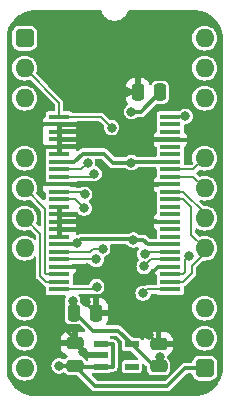
<source format=gtl>
%TF.GenerationSoftware,KiCad,Pcbnew,8.0.3*%
%TF.CreationDate,2024-07-04T18:09:40+02:00*%
%TF.ProjectId,SD Card Write Data,53442043-6172-4642-9057-726974652044,V0*%
%TF.SameCoordinates,PX54c81a0PY37b6b20*%
%TF.FileFunction,Copper,L1,Top*%
%TF.FilePolarity,Positive*%
%FSLAX46Y46*%
G04 Gerber Fmt 4.6, Leading zero omitted, Abs format (unit mm)*
G04 Created by KiCad (PCBNEW 8.0.3) date 2024-07-04 18:09:40*
%MOMM*%
%LPD*%
G01*
G04 APERTURE LIST*
G04 Aperture macros list*
%AMRoundRect*
0 Rectangle with rounded corners*
0 $1 Rounding radius*
0 $2 $3 $4 $5 $6 $7 $8 $9 X,Y pos of 4 corners*
0 Add a 4 corners polygon primitive as box body*
4,1,4,$2,$3,$4,$5,$6,$7,$8,$9,$2,$3,0*
0 Add four circle primitives for the rounded corners*
1,1,$1+$1,$2,$3*
1,1,$1+$1,$4,$5*
1,1,$1+$1,$6,$7*
1,1,$1+$1,$8,$9*
0 Add four rect primitives between the rounded corners*
20,1,$1+$1,$2,$3,$4,$5,0*
20,1,$1+$1,$4,$5,$6,$7,0*
20,1,$1+$1,$6,$7,$8,$9,0*
20,1,$1+$1,$8,$9,$2,$3,0*%
G04 Aperture macros list end*
%TA.AperFunction,SMDPad,CuDef*%
%ADD10RoundRect,0.250000X-0.250000X-0.475000X0.250000X-0.475000X0.250000X0.475000X-0.250000X0.475000X0*%
%TD*%
%TA.AperFunction,SMDPad,CuDef*%
%ADD11RoundRect,0.250000X0.250000X0.475000X-0.250000X0.475000X-0.250000X-0.475000X0.250000X-0.475000X0*%
%TD*%
%TA.AperFunction,ComponentPad*%
%ADD12RoundRect,0.400000X-0.400000X-0.400000X0.400000X-0.400000X0.400000X0.400000X-0.400000X0.400000X0*%
%TD*%
%TA.AperFunction,ComponentPad*%
%ADD13O,1.600000X1.600000*%
%TD*%
%TA.AperFunction,ComponentPad*%
%ADD14R,1.600000X1.600000*%
%TD*%
%TA.AperFunction,SMDPad,CuDef*%
%ADD15RoundRect,0.250000X0.475000X-0.250000X0.475000X0.250000X-0.475000X0.250000X-0.475000X-0.250000X0*%
%TD*%
%TA.AperFunction,SMDPad,CuDef*%
%ADD16R,1.150000X0.600000*%
%TD*%
%TA.AperFunction,SMDPad,CuDef*%
%ADD17R,1.800000X0.430000*%
%TD*%
%TA.AperFunction,ViaPad*%
%ADD18C,0.800000*%
%TD*%
%TA.AperFunction,Conductor*%
%ADD19C,0.380000*%
%TD*%
%TA.AperFunction,Conductor*%
%ADD20C,0.200000*%
%TD*%
G04 APERTURE END LIST*
D10*
%TO.P,C1,1*%
%TO.N,/3.3V*%
X4146000Y-23241000D03*
%TO.P,C1,2*%
%TO.N,GND*%
X6046000Y-23241000D03*
%TD*%
D11*
%TO.P,C4,1*%
%TO.N,/3.3V*%
X11475000Y-4572000D03*
%TO.P,C4,2*%
%TO.N,GND*%
X9575000Y-4572000D03*
%TD*%
D12*
%TO.P,J1,1,Pin_1*%
%TO.N,5V*%
X0Y0D03*
D13*
%TO.P,J1,2,Pin_2*%
%TO.N,Write Data*%
X0Y-2540000D03*
%TO.P,J1,3,Pin_3*%
%TO.N,D7*%
X0Y-5080000D03*
D14*
%TO.P,J1,4,Pin_4*%
%TO.N,GND*%
X0Y-7620000D03*
D13*
%TO.P,J1,5,Pin_5*%
%TO.N,D6*%
X0Y-10160000D03*
%TO.P,J1,6,Pin_6*%
%TO.N,D5*%
X0Y-12700000D03*
%TO.P,J1,7,Pin_7*%
%TO.N,D4*%
X0Y-15240000D03*
%TO.P,J1,8,Pin_8*%
%TO.N,D3*%
X0Y-17780000D03*
D14*
%TO.P,J1,9,Pin_9*%
%TO.N,GND*%
X0Y-20320000D03*
D13*
%TO.P,J1,10,Pin_10*%
%TO.N,D2*%
X0Y-22860000D03*
%TO.P,J1,11,Pin_11*%
%TO.N,D1*%
X0Y-25400000D03*
%TO.P,J1,12,Pin_12*%
%TO.N,D0*%
X0Y-27940000D03*
D12*
%TO.P,J1,13,Pin_13*%
%TO.N,5V*%
X15240000Y-27940000D03*
D13*
%TO.P,J1,14,Pin_14*%
%TO.N,unconnected-(J1-Pin_14-Pad14)*%
X15240000Y-25400000D03*
%TO.P,J1,15,Pin_15*%
%TO.N,unconnected-(J1-Pin_15-Pad15)*%
X15240000Y-22860000D03*
D14*
%TO.P,J1,16,Pin_16*%
%TO.N,GND*%
X15240000Y-20320000D03*
D13*
%TO.P,J1,17,Pin_17*%
%TO.N,DAT0*%
X15240000Y-17780000D03*
%TO.P,J1,18,Pin_18*%
%TO.N,DAT1*%
X15240000Y-15240000D03*
%TO.P,J1,19,Pin_19*%
%TO.N,DAT2*%
X15240000Y-12700000D03*
%TO.P,J1,20,Pin_20*%
%TO.N,DAT3*%
X15240000Y-10160000D03*
D14*
%TO.P,J1,21,Pin_21*%
%TO.N,GND*%
X15240000Y-7620000D03*
D13*
%TO.P,J1,22,Pin_22*%
%TO.N,unconnected-(J1-Pin_22-Pad22)*%
X15240000Y-5080000D03*
%TO.P,J1,23,Pin_23*%
%TO.N,~{Write Low Nybble}*%
X15240000Y-2540000D03*
%TO.P,J1,24,Pin_24*%
%TO.N,~{Write High Nybble}*%
X15240000Y0D03*
%TD*%
D15*
%TO.P,C11,1*%
%TO.N,/3.3V*%
X11333000Y-27792000D03*
%TO.P,C11,2*%
%TO.N,GND*%
X11333000Y-25892000D03*
%TD*%
D16*
%TO.P,IC1,1,6VIn*%
%TO.N,5V*%
X6477000Y-25908000D03*
%TO.P,IC1,2,GND*%
%TO.N,GND*%
X6477000Y-26858000D03*
%TO.P,IC1,3,EN*%
%TO.N,5V*%
X6477000Y-27808000D03*
%TO.P,IC1,4,ADJ*%
%TO.N,unconnected-(IC1-ADJ-Pad4)*%
X9077000Y-27808000D03*
%TO.P,IC1,5,3.3VOut*%
%TO.N,/3.3V*%
X9077000Y-25908000D03*
%TD*%
D17*
%TO.P,IC3,1,1~{OE}*%
%TO.N,~{Write High Nybble}*%
X12320000Y-21270766D03*
%TO.P,IC3,2,1Q0*%
%TO.N,DAT0*%
X12320000Y-20636766D03*
%TO.P,IC3,3,1Q1*%
%TO.N,DAT1*%
X12320000Y-20000766D03*
%TO.P,IC3,4,GND*%
%TO.N,GND*%
X12319999Y-19366766D03*
%TO.P,IC3,5,1Q2*%
%TO.N,DAT2*%
X12319999Y-18730766D03*
%TO.P,IC3,6,1Q3*%
%TO.N,DAT3*%
X12320000Y-18096766D03*
%TO.P,IC3,7,3V*%
%TO.N,/3.3V*%
X12320000Y-17460766D03*
%TO.P,IC3,8,1Q4*%
%TO.N,unconnected-(IC3-1Q4-Pad8)*%
X12320000Y-16826766D03*
%TO.P,IC3,9,1Q5*%
%TO.N,unconnected-(IC3-1Q5-Pad9)*%
X12320000Y-16190766D03*
%TO.P,IC3,10,GND*%
%TO.N,GND*%
X12319999Y-15556766D03*
%TO.P,IC3,11,1Q6*%
%TO.N,unconnected-(IC3-1Q6-Pad11)*%
X12320000Y-14920766D03*
%TO.P,IC3,12,1Q7*%
%TO.N,unconnected-(IC3-1Q7-Pad12)*%
X12320000Y-14286766D03*
%TO.P,IC3,13,2Q0*%
%TO.N,DAT0*%
X12320000Y-13650766D03*
%TO.P,IC3,14,2Q1*%
%TO.N,DAT1*%
X12320000Y-13016766D03*
%TO.P,IC3,15,GND*%
%TO.N,GND*%
X12319999Y-12380766D03*
%TO.P,IC3,16,2Q2*%
%TO.N,DAT2*%
X12320000Y-11746766D03*
%TO.P,IC3,17,2Q3*%
%TO.N,DAT3*%
X12320000Y-11110766D03*
%TO.P,IC3,18,3V*%
%TO.N,/3.3V*%
X12320000Y-10476766D03*
%TO.P,IC3,19,2Q4*%
%TO.N,unconnected-(IC3-2Q4-Pad19)*%
X12320000Y-9840766D03*
%TO.P,IC3,20,2Q5*%
%TO.N,unconnected-(IC3-2Q5-Pad20)*%
X12319999Y-9206766D03*
%TO.P,IC3,21,GND*%
%TO.N,GND*%
X12319999Y-8570766D03*
%TO.P,IC3,22,2Q6*%
%TO.N,unconnected-(IC3-2Q6-Pad22)*%
X12320000Y-7936766D03*
%TO.P,IC3,23,2Q7*%
%TO.N,unconnected-(IC3-2Q7-Pad23)*%
X12320000Y-7300766D03*
%TO.P,IC3,24,2~{OE}*%
%TO.N,~{Write Low Nybble}*%
X12320000Y-6666766D03*
%TO.P,IC3,25,2LE*%
%TO.N,Write Data*%
X2920000Y-6666766D03*
%TO.P,IC3,26,2D7*%
%TO.N,GND*%
X2920000Y-7300766D03*
%TO.P,IC3,27,2D6*%
X2920000Y-7936766D03*
%TO.P,IC3,28,GND*%
X2920001Y-8570766D03*
%TO.P,IC3,29,2D5*%
X2920001Y-9206766D03*
%TO.P,IC3,30,2D4*%
X2920000Y-9840766D03*
%TO.P,IC3,31,3V*%
%TO.N,/3.3V*%
X2920000Y-10476766D03*
%TO.P,IC3,32,2D3*%
%TO.N,D3*%
X2920000Y-11110766D03*
%TO.P,IC3,33,2D2*%
%TO.N,D2*%
X2920000Y-11746766D03*
%TO.P,IC3,34,GND*%
%TO.N,GND*%
X2920001Y-12380766D03*
%TO.P,IC3,35,2D1*%
%TO.N,D1*%
X2920000Y-13016766D03*
%TO.P,IC3,36,2D0*%
%TO.N,D0*%
X2920000Y-13650766D03*
%TO.P,IC3,37,1D7*%
%TO.N,GND*%
X2920000Y-14286766D03*
%TO.P,IC3,38,1D6*%
X2920000Y-14920766D03*
%TO.P,IC3,39,GND*%
X2920001Y-15556766D03*
%TO.P,IC3,40,1D5*%
X2920000Y-16190766D03*
%TO.P,IC3,41,1D4*%
X2920000Y-16826766D03*
%TO.P,IC3,42,3V*%
%TO.N,/3.3V*%
X2920000Y-17460766D03*
%TO.P,IC3,43,1D3*%
%TO.N,D7*%
X2920000Y-18096766D03*
%TO.P,IC3,44,1D2*%
%TO.N,D6*%
X2920001Y-18730766D03*
%TO.P,IC3,45,GND*%
%TO.N,GND*%
X2920001Y-19366766D03*
%TO.P,IC3,46,1D1*%
%TO.N,D5*%
X2920000Y-20000766D03*
%TO.P,IC3,47,1D0*%
%TO.N,D4*%
X2920000Y-20636766D03*
%TO.P,IC3,48,1LE*%
%TO.N,Write Data*%
X2920000Y-21270766D03*
%TD*%
D15*
%TO.P,C10,1*%
%TO.N,5V*%
X4259000Y-27742000D03*
%TO.P,C10,2*%
%TO.N,GND*%
X4259000Y-25842000D03*
%TD*%
D18*
%TO.N,/3.3V*%
X4064000Y-22225000D03*
X9209554Y-17101134D03*
X9041000Y-10541000D03*
X4445000Y-17346766D03*
X11430000Y-26992000D03*
X9041000Y-6223000D03*
%TO.N,D6*%
X6075000Y-18730766D03*
%TO.N,D7*%
X6604000Y-17858000D03*
%TO.N,GND*%
X8461000Y-8601766D03*
X5207004Y-16190766D03*
X4953000Y-8509000D03*
X4953000Y-26543000D03*
X10160000Y-20451383D03*
X8636000Y-4572000D03*
X8461000Y-15533724D03*
X8461000Y-12380766D03*
X6197000Y-12452481D03*
X5235000Y-19430766D03*
X5207000Y-22352000D03*
X10541000Y-25146000D03*
X7983588Y-19939012D03*
%TO.N,5V*%
X2921000Y-27742000D03*
%TO.N,D0*%
X5035001Y-14395999D03*
%TO.N,D1*%
X5080000Y-13208000D03*
%TO.N,Write Data*%
X7361000Y-7569248D03*
X6096000Y-21033000D03*
%TO.N,DAT3*%
X10162512Y-18269499D03*
%TO.N,~{Write Low Nybble}*%
X13589008Y-6604000D03*
%TO.N,D3*%
X5334000Y-10570858D03*
%TO.N,DAT1*%
X13884169Y-18456169D03*
%TO.N,D2*%
X5868421Y-11474683D03*
%TO.N,~{Write High Nybble}*%
X10033000Y-21590000D03*
%TO.N,DAT2*%
X10105490Y-19317952D03*
%TD*%
D19*
%TO.N,/3.3V*%
X4445000Y-17346766D02*
X4773766Y-17018000D01*
X4200000Y-10476766D02*
X4897766Y-9779000D01*
X9105234Y-10476766D02*
X9041000Y-10541000D01*
X4773766Y-17018000D02*
X9126420Y-17018000D01*
X10054368Y-17101134D02*
X10414000Y-17460766D01*
X4295500Y-23241000D02*
X5819500Y-24765000D01*
X5819500Y-24765000D02*
X7934000Y-24765000D01*
X10414000Y-17460766D02*
X12320000Y-17460766D01*
X4897766Y-9779000D02*
X6731000Y-9779000D01*
X11333000Y-27089000D02*
X11430000Y-26992000D01*
X4146000Y-22307000D02*
X4064000Y-22225000D01*
X9126420Y-17018000D02*
X9209554Y-17101134D01*
X9209554Y-17101134D02*
X10054368Y-17101134D01*
X2920000Y-17460766D02*
X4331000Y-17460766D01*
X2920000Y-10476766D02*
X4200000Y-10476766D01*
X6731000Y-9779000D02*
X7493000Y-10541000D01*
X10961000Y-27792000D02*
X9077000Y-25908000D01*
X7934000Y-24765000D02*
X9077000Y-25908000D01*
X7493000Y-10541000D02*
X9041000Y-10541000D01*
X4146000Y-23241000D02*
X4146000Y-22307000D01*
X11475000Y-4572000D02*
X9824000Y-6223000D01*
X12320000Y-10476766D02*
X9105234Y-10476766D01*
X4331000Y-17460766D02*
X4445000Y-17346766D01*
X11333000Y-27792000D02*
X11333000Y-27089000D01*
X9824000Y-6223000D02*
X9041000Y-6223000D01*
D20*
%TO.N,D6*%
X2920001Y-18730766D02*
X6075000Y-18730766D01*
%TO.N,D7*%
X2920000Y-18096766D02*
X5542339Y-18096766D01*
X5542339Y-18096766D02*
X5781105Y-17858000D01*
X5781105Y-17858000D02*
X6604000Y-17858000D01*
D19*
%TO.N,GND*%
X1659000Y-12380766D02*
X2920001Y-12380766D01*
X2920000Y-16826766D02*
X2920000Y-16190766D01*
X8495959Y-20451383D02*
X10160000Y-20451383D01*
X5207000Y-22402000D02*
X5207000Y-22352000D01*
X14258234Y-8601766D02*
X8461000Y-8601766D01*
X4953000Y-26543000D02*
X4953000Y-26536000D01*
X5171000Y-19366766D02*
X2920001Y-19366766D01*
X0Y-21177085D02*
X4259000Y-25436085D01*
X12319999Y-19366766D02*
X11244617Y-19366766D01*
X15240000Y-7620000D02*
X14258234Y-8601766D01*
X4259000Y-25436085D02*
X4259000Y-25842000D01*
X2920001Y-9206766D02*
X2920001Y-9840765D01*
X2920001Y-9206766D02*
X1673234Y-9206766D01*
X2920001Y-15556766D02*
X2920001Y-14920767D01*
X1673234Y-9206766D02*
X1630000Y-9250000D01*
X4953000Y-8509000D02*
X8368234Y-8509000D01*
X5235000Y-19430766D02*
X5743246Y-19939012D01*
X8461000Y-15533724D02*
X7072276Y-15533724D01*
X1589234Y-7300766D02*
X2920000Y-7300766D01*
X0Y-7620000D02*
X1630000Y-9250000D01*
X4960000Y-26543000D02*
X4953000Y-26543000D01*
X1630000Y-9250000D02*
X1630000Y-12351766D01*
X2920001Y-12380766D02*
X8461000Y-12380766D01*
X2920000Y-7936766D02*
X2920000Y-8570765D01*
X2920000Y-16190766D02*
X5207004Y-16190766D01*
X4953000Y-26536000D02*
X4259000Y-25842000D01*
X7983588Y-19939012D02*
X8495959Y-20451383D01*
X5235000Y-19430766D02*
X5171000Y-19366766D01*
X5275000Y-26858000D02*
X4960000Y-26543000D01*
X12319999Y-12380766D02*
X8461000Y-12380766D01*
X7072276Y-15533724D02*
X6415234Y-16190766D01*
X2920000Y-16190766D02*
X2920000Y-15556767D01*
X0Y-20320000D02*
X0Y-21177085D01*
X2920000Y-7300766D02*
X2920000Y-7936766D01*
X2920001Y-8570766D02*
X2920001Y-9206766D01*
X8484042Y-15556766D02*
X8461000Y-15533724D01*
X11287000Y-25892000D02*
X10541000Y-25146000D01*
X6046000Y-23241000D02*
X5207000Y-22402000D01*
X5743246Y-19939012D02*
X7983588Y-19939012D01*
X8636000Y-4572000D02*
X9575000Y-4572000D01*
X1630000Y-12351766D02*
X1659000Y-12380766D01*
X11244617Y-19366766D02*
X10160000Y-20451383D01*
X2920000Y-14286766D02*
X2920000Y-14920766D01*
X8368234Y-8509000D02*
X8461000Y-8601766D01*
X12319999Y-15556766D02*
X8484042Y-15556766D01*
X6415234Y-16190766D02*
X5207004Y-16190766D01*
X6477000Y-26858000D02*
X5275000Y-26858000D01*
X1270000Y-7620000D02*
X1589234Y-7300766D01*
X0Y-7620000D02*
X1270000Y-7620000D01*
%TO.N,5V*%
X6477000Y-25908000D02*
X7432000Y-25908000D01*
X6477000Y-27808000D02*
X4325000Y-27808000D01*
X13589000Y-27940000D02*
X12065000Y-29464000D01*
X7432000Y-27808000D02*
X6477000Y-27808000D01*
X15240000Y-27940000D02*
X13589000Y-27940000D01*
X7442000Y-25918000D02*
X7442000Y-27798000D01*
X4259000Y-27742000D02*
X2921000Y-27742000D01*
X7432000Y-25908000D02*
X7442000Y-25918000D01*
X12065000Y-29464000D02*
X5981000Y-29464000D01*
X5981000Y-29464000D02*
X4259000Y-27742000D01*
X7442000Y-27798000D02*
X7432000Y-27808000D01*
D20*
%TO.N,D4*%
X1320001Y-20136767D02*
X1820000Y-20636766D01*
X1820000Y-20636766D02*
X2920000Y-20636766D01*
X0Y-15240000D02*
X1320001Y-16560001D01*
X1320001Y-16560001D02*
X1320001Y-20136767D01*
%TO.N,D0*%
X4289768Y-13650766D02*
X5035001Y-14395999D01*
X2920000Y-13650766D02*
X4289768Y-13650766D01*
%TO.N,D1*%
X2920000Y-13016766D02*
X4888766Y-13016766D01*
X4888766Y-13016766D02*
X5080000Y-13208000D01*
%TO.N,Write Data*%
X0Y-2540000D02*
X2920000Y-5460000D01*
X2920000Y-21270766D02*
X5858234Y-21270766D01*
X2920000Y-6666766D02*
X6458518Y-6666766D01*
X5858234Y-21270766D02*
X6096000Y-21033000D01*
X6458518Y-6666766D02*
X7361000Y-7569248D01*
X2920000Y-5460000D02*
X2920000Y-6666766D01*
%TO.N,DAT3*%
X10335245Y-18096766D02*
X10162512Y-18269499D01*
X12320000Y-11110766D02*
X14289234Y-11110766D01*
X12320000Y-18096766D02*
X10335245Y-18096766D01*
X14289234Y-11110766D02*
X15240000Y-10160000D01*
%TO.N,~{Write Low Nybble}*%
X12320000Y-6666766D02*
X13526242Y-6666766D01*
X13526242Y-6666766D02*
X13589008Y-6604000D01*
%TO.N,D3*%
X2920000Y-11110766D02*
X4794092Y-11110766D01*
X4794092Y-11110766D02*
X5334000Y-10570858D01*
%TO.N,DAT1*%
X13589000Y-18751338D02*
X13884169Y-18456169D01*
X12320000Y-20000766D02*
X13420000Y-20000766D01*
X13420000Y-13016766D02*
X15240000Y-14836766D01*
X13420000Y-20000766D02*
X13589000Y-19831766D01*
X12320000Y-13016766D02*
X13420000Y-13016766D01*
X13589000Y-19831766D02*
X13589000Y-18751338D01*
%TO.N,DAT0*%
X14097000Y-16637000D02*
X15240000Y-17780000D01*
X14140000Y-19261000D02*
X15240000Y-18161000D01*
X12320000Y-13650766D02*
X13420000Y-13650766D01*
X13420000Y-13650766D02*
X14097000Y-14327766D01*
X14140000Y-19916766D02*
X14140000Y-19261000D01*
X12320000Y-20636766D02*
X13420000Y-20636766D01*
X14097000Y-14327766D02*
X14097000Y-16637000D01*
X13420000Y-20636766D02*
X14140000Y-19916766D01*
%TO.N,D2*%
X5596338Y-11746766D02*
X5868421Y-11474683D01*
X2920000Y-11746766D02*
X5596338Y-11746766D01*
%TO.N,D5*%
X1720001Y-14420001D02*
X1720001Y-19881766D01*
X0Y-12700000D02*
X1720001Y-14420001D01*
X1720001Y-19881766D02*
X1839001Y-20000766D01*
X1839001Y-20000766D02*
X2920000Y-20000766D01*
%TO.N,~{Write High Nybble}*%
X12320000Y-21270766D02*
X10352234Y-21270766D01*
X10352234Y-21270766D02*
X10033000Y-21590000D01*
%TO.N,DAT2*%
X14286766Y-11746766D02*
X15240000Y-12700000D01*
X12320000Y-11746766D02*
X14286766Y-11746766D01*
X10692676Y-18730766D02*
X10105490Y-19317952D01*
X12319999Y-18730766D02*
X10692676Y-18730766D01*
%TD*%
%TA.AperFunction,Conductor*%
%TO.N,GND*%
G36*
X1524000Y-3568318D02*
G01*
X1010191Y-3054509D01*
X976706Y-2993186D01*
X979210Y-2930837D01*
X1035300Y-2745934D01*
X1055583Y-2540000D01*
X1035300Y-2334066D01*
X975232Y-2136046D01*
X877685Y-1953550D01*
X825702Y-1890209D01*
X746410Y-1793589D01*
X586452Y-1662317D01*
X586453Y-1662317D01*
X586450Y-1662315D01*
X403954Y-1564768D01*
X205934Y-1504700D01*
X205932Y-1504699D01*
X205934Y-1504699D01*
X0Y-1484417D01*
X-205933Y-1504699D01*
X-403957Y-1564769D01*
X-514102Y-1623643D01*
X-586450Y-1662315D01*
X-586452Y-1662316D01*
X-586453Y-1662317D01*
X-746411Y-1793589D01*
X-877683Y-1953547D01*
X-975231Y-2136043D01*
X-1035301Y-2334067D01*
X-1055583Y-2540000D01*
X-1035301Y-2745932D01*
X-1035300Y-2745934D01*
X-975232Y-2943954D01*
X-877685Y-3126450D01*
X-877683Y-3126452D01*
X-746411Y-3286410D01*
X-649791Y-3365702D01*
X-586450Y-3417685D01*
X-403954Y-3515232D01*
X-205934Y-3575300D01*
X-205935Y-3575300D01*
X-187471Y-3577118D01*
X0Y-3595583D01*
X205934Y-3575300D01*
X390836Y-3519210D01*
X460699Y-3518588D01*
X514509Y-3550191D01*
X1524000Y-4559682D01*
X1524000Y-13728318D01*
X1010191Y-13214509D01*
X976706Y-13153186D01*
X979210Y-13090837D01*
X1035300Y-12905934D01*
X1055583Y-12700000D01*
X1035300Y-12494066D01*
X975232Y-12296046D01*
X877685Y-12113550D01*
X825702Y-12050209D01*
X746410Y-11953589D01*
X586452Y-11822317D01*
X586453Y-11822317D01*
X586450Y-11822315D01*
X403954Y-11724768D01*
X205934Y-11664700D01*
X205932Y-11664699D01*
X205934Y-11664699D01*
X0Y-11644417D01*
X-205933Y-11664699D01*
X-403957Y-11724769D01*
X-514102Y-11783643D01*
X-586450Y-11822315D01*
X-586452Y-11822316D01*
X-586453Y-11822317D01*
X-746411Y-11953589D01*
X-877683Y-12113547D01*
X-975231Y-12296043D01*
X-1035301Y-12494067D01*
X-1055583Y-12700000D01*
X-1035301Y-12905932D01*
X-1035300Y-12905934D01*
X-975232Y-13103954D01*
X-877685Y-13286450D01*
X-877683Y-13286452D01*
X-746411Y-13446410D01*
X-649791Y-13525702D01*
X-586450Y-13577685D01*
X-403954Y-13675232D01*
X-205934Y-13735300D01*
X-205935Y-13735300D01*
X-187471Y-13737118D01*
X0Y-13755583D01*
X205934Y-13735300D01*
X390836Y-13679210D01*
X460699Y-13678588D01*
X514509Y-13710191D01*
X1333182Y-14528864D01*
X1366667Y-14590187D01*
X1369501Y-14616545D01*
X1369501Y-15814457D01*
X1349816Y-15881496D01*
X1297012Y-15927251D01*
X1227854Y-15937195D01*
X1164298Y-15908170D01*
X1157820Y-15902139D01*
X1137177Y-15881496D01*
X1010189Y-15754508D01*
X976706Y-15693188D01*
X979210Y-15630837D01*
X1035300Y-15445934D01*
X1055583Y-15240000D01*
X1035300Y-15034066D01*
X975232Y-14836046D01*
X877685Y-14653550D01*
X805165Y-14565183D01*
X746410Y-14493589D01*
X586452Y-14362317D01*
X586453Y-14362317D01*
X586450Y-14362315D01*
X403954Y-14264768D01*
X205934Y-14204700D01*
X205932Y-14204699D01*
X205934Y-14204699D01*
X0Y-14184417D01*
X-205933Y-14204699D01*
X-403957Y-14264769D01*
X-514102Y-14323643D01*
X-586450Y-14362315D01*
X-586452Y-14362316D01*
X-586453Y-14362317D01*
X-746411Y-14493589D01*
X-877683Y-14653547D01*
X-975231Y-14836043D01*
X-1035301Y-15034067D01*
X-1055583Y-15240000D01*
X-1035301Y-15445932D01*
X-1035300Y-15445934D01*
X-975232Y-15643954D01*
X-877685Y-15826450D01*
X-877683Y-15826452D01*
X-746411Y-15986410D01*
X-649791Y-16065702D01*
X-586450Y-16117685D01*
X-403954Y-16215232D01*
X-205934Y-16275300D01*
X-205935Y-16275300D01*
X-187471Y-16277118D01*
X0Y-16295583D01*
X205934Y-16275300D01*
X390836Y-16219210D01*
X460701Y-16218588D01*
X514510Y-16250191D01*
X933182Y-16668863D01*
X966667Y-16730186D01*
X969501Y-16756544D01*
X969501Y-16958869D01*
X949816Y-17025908D01*
X897012Y-17071663D01*
X827854Y-17081607D01*
X764298Y-17052582D01*
X749651Y-17037538D01*
X746411Y-17033590D01*
X586452Y-16902317D01*
X586453Y-16902317D01*
X586450Y-16902315D01*
X403954Y-16804768D01*
X205934Y-16744700D01*
X205932Y-16744699D01*
X205934Y-16744699D01*
X0Y-16724417D01*
X-205933Y-16744699D01*
X-403957Y-16804769D01*
X-514102Y-16863643D01*
X-586450Y-16902315D01*
X-586452Y-16902316D01*
X-586453Y-16902317D01*
X-746411Y-17033589D01*
X-877683Y-17193547D01*
X-975231Y-17376043D01*
X-1035301Y-17574067D01*
X-1055583Y-17780000D01*
X-1035301Y-17985932D01*
X-1035300Y-17985934D01*
X-975232Y-18183954D01*
X-877685Y-18366450D01*
X-877683Y-18366452D01*
X-746411Y-18526410D01*
X-680864Y-18580202D01*
X-586450Y-18657685D01*
X-403954Y-18755232D01*
X-205934Y-18815300D01*
X-205935Y-18815300D01*
X-187471Y-18817118D01*
X0Y-18835583D01*
X205934Y-18815300D01*
X403954Y-18755232D01*
X586450Y-18657685D01*
X746410Y-18526410D01*
X749647Y-18522466D01*
X807392Y-18483131D01*
X877237Y-18481260D01*
X937006Y-18517447D01*
X967722Y-18580202D01*
X969501Y-18601130D01*
X969501Y-20182911D01*
X982726Y-20232267D01*
X993386Y-20272053D01*
X1039528Y-20351975D01*
X1039532Y-20351980D01*
X1524000Y-20836447D01*
X1524000Y-30303232D01*
X839477Y-30303232D01*
X831992Y-30303006D01*
X558355Y-30286458D01*
X543490Y-30284653D01*
X277546Y-30235920D01*
X263006Y-30232337D01*
X4865Y-30151899D01*
X-9135Y-30146589D01*
X-255693Y-30035625D01*
X-268946Y-30028670D01*
X-500348Y-29888786D01*
X-512660Y-29880286D01*
X-725491Y-29713546D01*
X-736700Y-29703617D01*
X-927895Y-29512425D01*
X-937824Y-29501217D01*
X-1104569Y-29288385D01*
X-1113075Y-29276062D01*
X-1252958Y-29044671D01*
X-1259906Y-29031435D01*
X-1370889Y-28784842D01*
X-1376190Y-28770862D01*
X-1387622Y-28734177D01*
X-1456631Y-28512720D01*
X-1460213Y-28498187D01*
X-1508950Y-28232236D01*
X-1510755Y-28217372D01*
X-1527274Y-27944281D01*
X-1527403Y-27940000D01*
X-1055583Y-27940000D01*
X-1035301Y-28145932D01*
X-1035300Y-28145934D01*
X-975232Y-28343954D01*
X-877685Y-28526450D01*
X-877683Y-28526452D01*
X-746411Y-28686410D01*
X-649791Y-28765702D01*
X-586450Y-28817685D01*
X-403954Y-28915232D01*
X-205934Y-28975300D01*
X-205935Y-28975300D01*
X-187471Y-28977118D01*
X0Y-28995583D01*
X205934Y-28975300D01*
X403954Y-28915232D01*
X586450Y-28817685D01*
X746410Y-28686410D01*
X877685Y-28526450D01*
X975232Y-28343954D01*
X1035300Y-28145934D01*
X1055583Y-27940000D01*
X1035300Y-27734066D01*
X975232Y-27536046D01*
X877685Y-27353550D01*
X825702Y-27290209D01*
X746410Y-27193589D01*
X586452Y-27062317D01*
X586453Y-27062317D01*
X586450Y-27062315D01*
X403954Y-26964768D01*
X205934Y-26904700D01*
X205932Y-26904699D01*
X205934Y-26904699D01*
X0Y-26884417D01*
X-205933Y-26904699D01*
X-403957Y-26964769D01*
X-514102Y-27023643D01*
X-586450Y-27062315D01*
X-586452Y-27062316D01*
X-586453Y-27062317D01*
X-746411Y-27193589D01*
X-877683Y-27353547D01*
X-975231Y-27536043D01*
X-1035301Y-27734067D01*
X-1055583Y-27940000D01*
X-1527403Y-27940000D01*
X-1527500Y-27936794D01*
X-1527500Y-25400000D01*
X-1055583Y-25400000D01*
X-1035301Y-25605932D01*
X-1035300Y-25605934D01*
X-975232Y-25803954D01*
X-877685Y-25986450D01*
X-877683Y-25986452D01*
X-746411Y-26146410D01*
X-649791Y-26225702D01*
X-586450Y-26277685D01*
X-403954Y-26375232D01*
X-205934Y-26435300D01*
X-205935Y-26435300D01*
X-187471Y-26437118D01*
X0Y-26455583D01*
X205934Y-26435300D01*
X403954Y-26375232D01*
X586450Y-26277685D01*
X746410Y-26146410D01*
X877685Y-25986450D01*
X975232Y-25803954D01*
X1035300Y-25605934D01*
X1055583Y-25400000D01*
X1035300Y-25194066D01*
X975232Y-24996046D01*
X877685Y-24813550D01*
X825702Y-24750209D01*
X746410Y-24653589D01*
X586452Y-24522317D01*
X586453Y-24522317D01*
X586450Y-24522315D01*
X403954Y-24424768D01*
X205934Y-24364700D01*
X205932Y-24364699D01*
X205934Y-24364699D01*
X0Y-24344417D01*
X-205933Y-24364699D01*
X-403957Y-24424769D01*
X-514102Y-24483643D01*
X-586450Y-24522315D01*
X-586452Y-24522316D01*
X-586453Y-24522317D01*
X-746411Y-24653589D01*
X-877683Y-24813547D01*
X-975231Y-24996043D01*
X-1035301Y-25194067D01*
X-1055583Y-25400000D01*
X-1527500Y-25400000D01*
X-1527500Y-22860000D01*
X-1055583Y-22860000D01*
X-1035301Y-23065932D01*
X-1035300Y-23065934D01*
X-975232Y-23263954D01*
X-877685Y-23446450D01*
X-877683Y-23446452D01*
X-746411Y-23606410D01*
X-649791Y-23685702D01*
X-586450Y-23737685D01*
X-403954Y-23835232D01*
X-205934Y-23895300D01*
X-205935Y-23895300D01*
X-187471Y-23897118D01*
X0Y-23915583D01*
X205934Y-23895300D01*
X403954Y-23835232D01*
X586450Y-23737685D01*
X746410Y-23606410D01*
X877685Y-23446450D01*
X975232Y-23263954D01*
X1035300Y-23065934D01*
X1055583Y-22860000D01*
X1035300Y-22654066D01*
X975232Y-22456046D01*
X877685Y-22273550D01*
X825702Y-22210209D01*
X746410Y-22113589D01*
X586452Y-21982317D01*
X586453Y-21982317D01*
X586450Y-21982315D01*
X403954Y-21884768D01*
X205934Y-21824700D01*
X205932Y-21824699D01*
X205934Y-21824699D01*
X0Y-21804417D01*
X-205933Y-21824699D01*
X-403957Y-21884769D01*
X-514102Y-21943643D01*
X-586450Y-21982315D01*
X-586452Y-21982316D01*
X-586453Y-21982317D01*
X-746411Y-22113589D01*
X-877683Y-22273547D01*
X-975231Y-22456043D01*
X-1035301Y-22654067D01*
X-1055583Y-22860000D01*
X-1527500Y-22860000D01*
X-1527500Y-10160000D01*
X-1055583Y-10160000D01*
X-1035301Y-10365932D01*
X-1035300Y-10365934D01*
X-975232Y-10563954D01*
X-877685Y-10746450D01*
X-877683Y-10746452D01*
X-746411Y-10906410D01*
X-649791Y-10985702D01*
X-586450Y-11037685D01*
X-403954Y-11135232D01*
X-205934Y-11195300D01*
X-205935Y-11195300D01*
X-187471Y-11197118D01*
X0Y-11215583D01*
X205934Y-11195300D01*
X403954Y-11135232D01*
X586450Y-11037685D01*
X746410Y-10906410D01*
X877685Y-10746450D01*
X975232Y-10563954D01*
X1035300Y-10365934D01*
X1055583Y-10160000D01*
X1035300Y-9954066D01*
X975232Y-9756046D01*
X877685Y-9573550D01*
X825702Y-9510209D01*
X746410Y-9413589D01*
X586452Y-9282317D01*
X586453Y-9282317D01*
X586450Y-9282315D01*
X403954Y-9184768D01*
X205934Y-9124700D01*
X205932Y-9124699D01*
X205934Y-9124699D01*
X0Y-9104417D01*
X-205933Y-9124699D01*
X-403957Y-9184769D01*
X-514102Y-9243643D01*
X-586450Y-9282315D01*
X-586452Y-9282316D01*
X-586453Y-9282317D01*
X-746411Y-9413589D01*
X-877683Y-9573547D01*
X-975231Y-9756043D01*
X-1035301Y-9954067D01*
X-1055583Y-10160000D01*
X-1527500Y-10160000D01*
X-1527500Y-5080000D01*
X-1055583Y-5080000D01*
X-1035301Y-5285932D01*
X-1035300Y-5285934D01*
X-975232Y-5483954D01*
X-877685Y-5666450D01*
X-877683Y-5666452D01*
X-746411Y-5826410D01*
X-649791Y-5905702D01*
X-586450Y-5957685D01*
X-403954Y-6055232D01*
X-205934Y-6115300D01*
X-205935Y-6115300D01*
X-187471Y-6117118D01*
X0Y-6135583D01*
X205934Y-6115300D01*
X403954Y-6055232D01*
X586450Y-5957685D01*
X746410Y-5826410D01*
X877685Y-5666450D01*
X975232Y-5483954D01*
X1035300Y-5285934D01*
X1055583Y-5080000D01*
X1035300Y-4874066D01*
X975232Y-4676046D01*
X877685Y-4493550D01*
X825702Y-4430209D01*
X746410Y-4333589D01*
X586452Y-4202317D01*
X586453Y-4202317D01*
X586450Y-4202315D01*
X403954Y-4104768D01*
X205934Y-4044700D01*
X205932Y-4044699D01*
X205934Y-4044699D01*
X0Y-4024417D01*
X-205933Y-4044699D01*
X-403957Y-4104769D01*
X-514102Y-4163643D01*
X-586450Y-4202315D01*
X-586452Y-4202316D01*
X-586453Y-4202317D01*
X-746411Y-4333589D01*
X-877683Y-4493547D01*
X-975231Y-4676043D01*
X-1035301Y-4874067D01*
X-1055583Y-5080000D01*
X-1527500Y-5080000D01*
X-1527500Y-3750D01*
X-1527274Y3737D01*
X-1510722Y277369D01*
X-1508917Y292233D01*
X-1477128Y465702D01*
X-1050500Y465702D01*
X-1050500Y-465701D01*
X-1047599Y-502567D01*
X-1047598Y-502573D01*
X-1001746Y-660393D01*
X-1001745Y-660396D01*
X-918083Y-801862D01*
X-918077Y-801870D01*
X-801871Y-918076D01*
X-801867Y-918079D01*
X-801865Y-918081D01*
X-660398Y-1001744D01*
X-618776Y-1013836D01*
X-502574Y-1047597D01*
X-502571Y-1047597D01*
X-502569Y-1047598D01*
X-465694Y-1050500D01*
X-465686Y-1050500D01*
X465686Y-1050500D01*
X465694Y-1050500D01*
X502569Y-1047598D01*
X502571Y-1047597D01*
X502573Y-1047597D01*
X544191Y-1035505D01*
X660398Y-1001744D01*
X801865Y-918081D01*
X918081Y-801865D01*
X1001744Y-660398D01*
X1047598Y-502569D01*
X1050500Y-465694D01*
X1050500Y465694D01*
X1047598Y502569D01*
X1027217Y572719D01*
X1001745Y660394D01*
X1001744Y660397D01*
X1001744Y660398D01*
X918081Y801865D01*
X918079Y801867D01*
X918076Y801871D01*
X801870Y918077D01*
X801862Y918083D01*
X660396Y1001745D01*
X660393Y1001746D01*
X502573Y1047598D01*
X502567Y1047599D01*
X465701Y1050500D01*
X465694Y1050500D01*
X-465694Y1050500D01*
X-465702Y1050500D01*
X-502568Y1047599D01*
X-502574Y1047598D01*
X-660394Y1001746D01*
X-660397Y1001745D01*
X-801863Y918083D01*
X-801871Y918077D01*
X-918077Y801871D01*
X-918083Y801863D01*
X-1001745Y660397D01*
X-1001746Y660394D01*
X-1047598Y502574D01*
X-1047599Y502568D01*
X-1050500Y465702D01*
X-1477128Y465702D01*
X-1460180Y558184D01*
X-1456597Y572719D01*
X-1429275Y660397D01*
X-1376155Y830864D01*
X-1370856Y844836D01*
X-1259882Y1091409D01*
X-1252933Y1104650D01*
X-1113044Y1336051D01*
X-1104549Y1348359D01*
X-937793Y1561204D01*
X-927880Y1572394D01*
X-736675Y1763597D01*
X-725483Y1773512D01*
X-512629Y1940270D01*
X-500324Y1948763D01*
X-268924Y2088646D01*
X-255693Y2095590D01*
X-9118Y2206562D01*
X4875Y2211868D01*
X263017Y2292306D01*
X277554Y2295889D01*
X543499Y2344622D01*
X558353Y2346426D01*
X832521Y2363007D01*
X840006Y2363232D01*
X891005Y2363232D01*
X891262Y2363256D01*
X1524000Y2363521D01*
X1524000Y-3568318D01*
G37*
%TD.AperFunction*%
%TD*%
%TA.AperFunction,Conductor*%
%TO.N,GND*%
G36*
X14348938Y2363257D02*
G01*
X14349201Y2363233D01*
X14360100Y2363233D01*
X14400525Y2363233D01*
X14408010Y2363007D01*
X14681647Y2346459D01*
X14696505Y2344655D01*
X14962460Y2295920D01*
X14976981Y2292341D01*
X15235136Y2211899D01*
X15249133Y2206590D01*
X15495692Y2095627D01*
X15508951Y2088668D01*
X15740336Y1948793D01*
X15752659Y1940287D01*
X15965490Y1773547D01*
X15976699Y1763618D01*
X16167894Y1572426D01*
X16177823Y1561218D01*
X16344568Y1348386D01*
X16353075Y1336062D01*
X16492955Y1104674D01*
X16499913Y1091416D01*
X16610881Y844860D01*
X16616191Y830858D01*
X16696627Y572730D01*
X16700211Y558192D01*
X16748949Y292238D01*
X16750754Y277373D01*
X16767273Y4301D01*
X16767499Y-3186D01*
X16767500Y-27895830D01*
X16767500Y-27936249D01*
X16767274Y-27943737D01*
X16750721Y-28217369D01*
X16748916Y-28232232D01*
X16700180Y-28498178D01*
X16696596Y-28512718D01*
X16616158Y-28770851D01*
X16610848Y-28784852D01*
X16499885Y-29031399D01*
X16492927Y-29044657D01*
X16353050Y-29276039D01*
X16344543Y-29288363D01*
X16177799Y-29501194D01*
X16167870Y-29512402D01*
X15976682Y-29703588D01*
X15965474Y-29713517D01*
X15752637Y-29880262D01*
X15740313Y-29888768D01*
X15508937Y-30028637D01*
X15495678Y-30035596D01*
X15249125Y-30146557D01*
X15235124Y-30151867D01*
X14976982Y-30232305D01*
X14962443Y-30235888D01*
X14696505Y-30284620D01*
X14681641Y-30286425D01*
X14433129Y-30301454D01*
X14407477Y-30303006D01*
X14399994Y-30303232D01*
X13716000Y-30303232D01*
X13716000Y-28435961D01*
X13735142Y-28416819D01*
X13796465Y-28383334D01*
X13822823Y-28380500D01*
X14081267Y-28380500D01*
X14148306Y-28400185D01*
X14194061Y-28452989D01*
X14200343Y-28469905D01*
X14238253Y-28600393D01*
X14238255Y-28600396D01*
X14321917Y-28741862D01*
X14321923Y-28741870D01*
X14438129Y-28858076D01*
X14438133Y-28858079D01*
X14438135Y-28858081D01*
X14579602Y-28941744D01*
X14621224Y-28953836D01*
X14737426Y-28987597D01*
X14737429Y-28987597D01*
X14737431Y-28987598D01*
X14774306Y-28990500D01*
X14774314Y-28990500D01*
X15705686Y-28990500D01*
X15705694Y-28990500D01*
X15742569Y-28987598D01*
X15742571Y-28987597D01*
X15742573Y-28987597D01*
X15784191Y-28975505D01*
X15900398Y-28941744D01*
X16041865Y-28858081D01*
X16158081Y-28741865D01*
X16241744Y-28600398D01*
X16287598Y-28442569D01*
X16290500Y-28405694D01*
X16290500Y-27474306D01*
X16287598Y-27437431D01*
X16241744Y-27279602D01*
X16158081Y-27138135D01*
X16158079Y-27138133D01*
X16158076Y-27138129D01*
X16041870Y-27021923D01*
X16041862Y-27021917D01*
X15900396Y-26938255D01*
X15900393Y-26938254D01*
X15742573Y-26892402D01*
X15742567Y-26892401D01*
X15705701Y-26889500D01*
X15705694Y-26889500D01*
X14774306Y-26889500D01*
X14774298Y-26889500D01*
X14737432Y-26892401D01*
X14737426Y-26892402D01*
X14579606Y-26938254D01*
X14579603Y-26938255D01*
X14438137Y-27021917D01*
X14438129Y-27021923D01*
X14321923Y-27138129D01*
X14321917Y-27138137D01*
X14238255Y-27279603D01*
X14238253Y-27279606D01*
X14200343Y-27410095D01*
X14162737Y-27468981D01*
X14099264Y-27498187D01*
X14081267Y-27499500D01*
X13716000Y-27499500D01*
X13716000Y-25400000D01*
X14184417Y-25400000D01*
X14204699Y-25605932D01*
X14204700Y-25605934D01*
X14264768Y-25803954D01*
X14362315Y-25986450D01*
X14362317Y-25986452D01*
X14493589Y-26146410D01*
X14590209Y-26225702D01*
X14653550Y-26277685D01*
X14836046Y-26375232D01*
X15034066Y-26435300D01*
X15034065Y-26435300D01*
X15052529Y-26437118D01*
X15240000Y-26455583D01*
X15445934Y-26435300D01*
X15643954Y-26375232D01*
X15826450Y-26277685D01*
X15986410Y-26146410D01*
X16117685Y-25986450D01*
X16215232Y-25803954D01*
X16275300Y-25605934D01*
X16295583Y-25400000D01*
X16275300Y-25194066D01*
X16215232Y-24996046D01*
X16117685Y-24813550D01*
X16065702Y-24750209D01*
X15986410Y-24653589D01*
X15826452Y-24522317D01*
X15826453Y-24522317D01*
X15826450Y-24522315D01*
X15643954Y-24424768D01*
X15445934Y-24364700D01*
X15445932Y-24364699D01*
X15445934Y-24364699D01*
X15240000Y-24344417D01*
X15034067Y-24364699D01*
X14836043Y-24424769D01*
X14725898Y-24483643D01*
X14653550Y-24522315D01*
X14653548Y-24522316D01*
X14653547Y-24522317D01*
X14493589Y-24653589D01*
X14362317Y-24813547D01*
X14264769Y-24996043D01*
X14204699Y-25194067D01*
X14184417Y-25400000D01*
X13716000Y-25400000D01*
X13716000Y-22860000D01*
X14184417Y-22860000D01*
X14204699Y-23065932D01*
X14204700Y-23065934D01*
X14264768Y-23263954D01*
X14362315Y-23446450D01*
X14362317Y-23446452D01*
X14493589Y-23606410D01*
X14590209Y-23685702D01*
X14653550Y-23737685D01*
X14836046Y-23835232D01*
X15034066Y-23895300D01*
X15034065Y-23895300D01*
X15052529Y-23897118D01*
X15240000Y-23915583D01*
X15445934Y-23895300D01*
X15643954Y-23835232D01*
X15826450Y-23737685D01*
X15986410Y-23606410D01*
X16117685Y-23446450D01*
X16215232Y-23263954D01*
X16275300Y-23065934D01*
X16295583Y-22860000D01*
X16275300Y-22654066D01*
X16215232Y-22456046D01*
X16117685Y-22273550D01*
X16065702Y-22210209D01*
X15986410Y-22113589D01*
X15826452Y-21982317D01*
X15826453Y-21982317D01*
X15826450Y-21982315D01*
X15643954Y-21884768D01*
X15445934Y-21824700D01*
X15445932Y-21824699D01*
X15445934Y-21824699D01*
X15240000Y-21804417D01*
X15034067Y-21824699D01*
X14836043Y-21884769D01*
X14725898Y-21943643D01*
X14653550Y-21982315D01*
X14653548Y-21982316D01*
X14653547Y-21982317D01*
X14493589Y-22113589D01*
X14362317Y-22273547D01*
X14264769Y-22456043D01*
X14204699Y-22654067D01*
X14184417Y-22860000D01*
X13716000Y-22860000D01*
X13716000Y-20836448D01*
X14420470Y-20131978D01*
X14466614Y-20052054D01*
X14490500Y-19962910D01*
X14490500Y-19870622D01*
X14490500Y-19457543D01*
X14510185Y-19390504D01*
X14526815Y-19369866D01*
X15035670Y-18861010D01*
X15096991Y-18827527D01*
X15135499Y-18825290D01*
X15240000Y-18835583D01*
X15445934Y-18815300D01*
X15643954Y-18755232D01*
X15826450Y-18657685D01*
X15986410Y-18526410D01*
X16117685Y-18366450D01*
X16215232Y-18183954D01*
X16275300Y-17985934D01*
X16295583Y-17780000D01*
X16275300Y-17574066D01*
X16215232Y-17376046D01*
X16117685Y-17193550D01*
X16065702Y-17130209D01*
X15986410Y-17033589D01*
X15826452Y-16902317D01*
X15826453Y-16902317D01*
X15826450Y-16902315D01*
X15643954Y-16804768D01*
X15445934Y-16744700D01*
X15445932Y-16744699D01*
X15445934Y-16744699D01*
X15240000Y-16724417D01*
X15034067Y-16744699D01*
X14849166Y-16800788D01*
X14779299Y-16801411D01*
X14725490Y-16769808D01*
X14483819Y-16528137D01*
X14450334Y-16466814D01*
X14447500Y-16440456D01*
X14447500Y-16210760D01*
X14467185Y-16143721D01*
X14519989Y-16097966D01*
X14589147Y-16088022D01*
X14650166Y-16114908D01*
X14653550Y-16117685D01*
X14836046Y-16215232D01*
X15034066Y-16275300D01*
X15034065Y-16275300D01*
X15052529Y-16277118D01*
X15240000Y-16295583D01*
X15445934Y-16275300D01*
X15643954Y-16215232D01*
X15826450Y-16117685D01*
X15986410Y-15986410D01*
X16117685Y-15826450D01*
X16215232Y-15643954D01*
X16275300Y-15445934D01*
X16295583Y-15240000D01*
X16275300Y-15034066D01*
X16215232Y-14836046D01*
X16117685Y-14653550D01*
X16024455Y-14539948D01*
X15986410Y-14493589D01*
X15826452Y-14362317D01*
X15826453Y-14362317D01*
X15826450Y-14362315D01*
X15643954Y-14264768D01*
X15445934Y-14204700D01*
X15445932Y-14204699D01*
X15445934Y-14204699D01*
X15258463Y-14186235D01*
X15240000Y-14184417D01*
X15239999Y-14184417D01*
X15155743Y-14192715D01*
X15087097Y-14179696D01*
X15055909Y-14156993D01*
X14810150Y-13911234D01*
X14776665Y-13849911D01*
X14781649Y-13780219D01*
X14823521Y-13724286D01*
X14888985Y-13699869D01*
X14933820Y-13704891D01*
X15034066Y-13735300D01*
X15240000Y-13755583D01*
X15445934Y-13735300D01*
X15643954Y-13675232D01*
X15826450Y-13577685D01*
X15986410Y-13446410D01*
X16117685Y-13286450D01*
X16215232Y-13103954D01*
X16275300Y-12905934D01*
X16295583Y-12700000D01*
X16275300Y-12494066D01*
X16215232Y-12296046D01*
X16117685Y-12113550D01*
X16046849Y-12027235D01*
X15986410Y-11953589D01*
X15826452Y-11822317D01*
X15826453Y-11822317D01*
X15826450Y-11822315D01*
X15643954Y-11724768D01*
X15445934Y-11664700D01*
X15445932Y-11664699D01*
X15445934Y-11664699D01*
X15240000Y-11644417D01*
X15034067Y-11664699D01*
X14849166Y-11720788D01*
X14779299Y-11721411D01*
X14725490Y-11689808D01*
X14553362Y-11517680D01*
X14519877Y-11456357D01*
X14524861Y-11386665D01*
X14553358Y-11342323D01*
X14725491Y-11170189D01*
X14786812Y-11136706D01*
X14849162Y-11139210D01*
X15034066Y-11195300D01*
X15034065Y-11195300D01*
X15052529Y-11197118D01*
X15240000Y-11215583D01*
X15445934Y-11195300D01*
X15643954Y-11135232D01*
X15826450Y-11037685D01*
X15986410Y-10906410D01*
X16117685Y-10746450D01*
X16215232Y-10563954D01*
X16275300Y-10365934D01*
X16295583Y-10160000D01*
X16275300Y-9954066D01*
X16215232Y-9756046D01*
X16117685Y-9573550D01*
X16065702Y-9510209D01*
X15986410Y-9413589D01*
X15826452Y-9282317D01*
X15826453Y-9282317D01*
X15826450Y-9282315D01*
X15643954Y-9184768D01*
X15445934Y-9124700D01*
X15445932Y-9124699D01*
X15445934Y-9124699D01*
X15240000Y-9104417D01*
X15034067Y-9124699D01*
X14836043Y-9184769D01*
X14725898Y-9243643D01*
X14653550Y-9282315D01*
X14653548Y-9282316D01*
X14653547Y-9282317D01*
X14493589Y-9413589D01*
X14362317Y-9573547D01*
X14264769Y-9756043D01*
X14204699Y-9954067D01*
X14184417Y-10160000D01*
X14204699Y-10365932D01*
X14260788Y-10550832D01*
X14261411Y-10620699D01*
X14229809Y-10674507D01*
X14180371Y-10723946D01*
X14119048Y-10757432D01*
X14092689Y-10760266D01*
X13716000Y-10760266D01*
X13716000Y-7242667D01*
X13821373Y-7216696D01*
X13961248Y-7143283D01*
X14079491Y-7038530D01*
X14169228Y-6908523D01*
X14225245Y-6760818D01*
X14244286Y-6604000D01*
X14225245Y-6447182D01*
X14169228Y-6299477D01*
X14079491Y-6169470D01*
X13961248Y-6064717D01*
X13961246Y-6064716D01*
X13961245Y-6064715D01*
X13821373Y-5991303D01*
X13716000Y-5965331D01*
X13716000Y-5080000D01*
X14184417Y-5080000D01*
X14204699Y-5285932D01*
X14204700Y-5285934D01*
X14264768Y-5483954D01*
X14362315Y-5666450D01*
X14362317Y-5666452D01*
X14493589Y-5826410D01*
X14590209Y-5905702D01*
X14653550Y-5957685D01*
X14836046Y-6055232D01*
X15034066Y-6115300D01*
X15034065Y-6115300D01*
X15052529Y-6117118D01*
X15240000Y-6135583D01*
X15445934Y-6115300D01*
X15643954Y-6055232D01*
X15826450Y-5957685D01*
X15986410Y-5826410D01*
X16117685Y-5666450D01*
X16215232Y-5483954D01*
X16275300Y-5285934D01*
X16295583Y-5080000D01*
X16275300Y-4874066D01*
X16215232Y-4676046D01*
X16117685Y-4493550D01*
X16065702Y-4430209D01*
X15986410Y-4333589D01*
X15826452Y-4202317D01*
X15826453Y-4202317D01*
X15826450Y-4202315D01*
X15643954Y-4104768D01*
X15445934Y-4044700D01*
X15445932Y-4044699D01*
X15445934Y-4044699D01*
X15240000Y-4024417D01*
X15034067Y-4044699D01*
X14836043Y-4104769D01*
X14725898Y-4163643D01*
X14653550Y-4202315D01*
X14653548Y-4202316D01*
X14653547Y-4202317D01*
X14493589Y-4333589D01*
X14362317Y-4493547D01*
X14264769Y-4676043D01*
X14204699Y-4874067D01*
X14184417Y-5080000D01*
X13716000Y-5080000D01*
X13716000Y-2540000D01*
X14184417Y-2540000D01*
X14204699Y-2745932D01*
X14204700Y-2745934D01*
X14264768Y-2943954D01*
X14362315Y-3126450D01*
X14362317Y-3126452D01*
X14493589Y-3286410D01*
X14590209Y-3365702D01*
X14653550Y-3417685D01*
X14836046Y-3515232D01*
X15034066Y-3575300D01*
X15034065Y-3575300D01*
X15052529Y-3577118D01*
X15240000Y-3595583D01*
X15445934Y-3575300D01*
X15643954Y-3515232D01*
X15826450Y-3417685D01*
X15986410Y-3286410D01*
X16117685Y-3126450D01*
X16215232Y-2943954D01*
X16275300Y-2745934D01*
X16295583Y-2540000D01*
X16275300Y-2334066D01*
X16215232Y-2136046D01*
X16117685Y-1953550D01*
X16065702Y-1890209D01*
X15986410Y-1793589D01*
X15826452Y-1662317D01*
X15826453Y-1662317D01*
X15826450Y-1662315D01*
X15643954Y-1564768D01*
X15445934Y-1504700D01*
X15445932Y-1504699D01*
X15445934Y-1504699D01*
X15240000Y-1484417D01*
X15034067Y-1504699D01*
X14836043Y-1564769D01*
X14725898Y-1623643D01*
X14653550Y-1662315D01*
X14653548Y-1662316D01*
X14653547Y-1662317D01*
X14493589Y-1793589D01*
X14362317Y-1953547D01*
X14264769Y-2136043D01*
X14204699Y-2334067D01*
X14184417Y-2540000D01*
X13716000Y-2540000D01*
X13716000Y0D01*
X14184417Y0D01*
X14204699Y-205932D01*
X14204700Y-205934D01*
X14264768Y-403954D01*
X14362315Y-586450D01*
X14362317Y-586452D01*
X14493589Y-746410D01*
X14590209Y-825702D01*
X14653550Y-877685D01*
X14836046Y-975232D01*
X15034066Y-1035300D01*
X15034065Y-1035300D01*
X15052529Y-1037118D01*
X15240000Y-1055583D01*
X15445934Y-1035300D01*
X15643954Y-975232D01*
X15826450Y-877685D01*
X15986410Y-746410D01*
X16117685Y-586450D01*
X16215232Y-403954D01*
X16275300Y-205934D01*
X16295583Y0D01*
X16275300Y205934D01*
X16215232Y403954D01*
X16117685Y586450D01*
X16065702Y649791D01*
X15986410Y746411D01*
X15826452Y877683D01*
X15826453Y877683D01*
X15826450Y877685D01*
X15643954Y975232D01*
X15445934Y1035300D01*
X15445932Y1035301D01*
X15445934Y1035301D01*
X15240000Y1055583D01*
X15034067Y1035301D01*
X14836043Y975231D01*
X14725898Y916357D01*
X14653550Y877685D01*
X14653548Y877684D01*
X14653547Y877683D01*
X14493589Y746411D01*
X14362317Y586453D01*
X14362315Y586450D01*
X14351151Y565564D01*
X14264769Y403957D01*
X14204699Y205933D01*
X14184417Y0D01*
X13716000Y0D01*
X13716000Y2363522D01*
X14348938Y2363257D01*
G37*
%TD.AperFunction*%
%TD*%
%TA.AperFunction,Conductor*%
%TO.N,GND*%
G36*
X1539531Y-20851978D02*
G01*
X1604788Y-20917235D01*
X1604791Y-20917236D01*
X1604794Y-20917239D01*
X1684706Y-20963377D01*
X1684708Y-20963378D01*
X1684712Y-20963380D01*
X1684715Y-20963380D01*
X1692216Y-20966488D01*
X1690925Y-20969603D01*
X1737239Y-20997821D01*
X1767779Y-21060662D01*
X1769500Y-21081247D01*
X1769500Y-21510444D01*
X1784032Y-21583501D01*
X1784033Y-21583505D01*
X1784034Y-21583506D01*
X1839399Y-21666367D01*
X1922260Y-21721732D01*
X1922264Y-21721733D01*
X1995321Y-21736265D01*
X1995324Y-21736266D01*
X1995326Y-21736266D01*
X3375340Y-21736266D01*
X3442379Y-21755951D01*
X3488134Y-21808755D01*
X3498078Y-21877913D01*
X3485140Y-21917885D01*
X3483781Y-21920473D01*
X3427762Y-22068181D01*
X3408722Y-22224999D01*
X3408722Y-22225000D01*
X3427762Y-22381814D01*
X3427764Y-22381823D01*
X3450221Y-22441037D01*
X3455588Y-22510700D01*
X3450461Y-22528340D01*
X3401908Y-22658517D01*
X3395501Y-22718116D01*
X3395500Y-22718135D01*
X3395500Y-23763870D01*
X3395501Y-23763876D01*
X3401908Y-23823483D01*
X3452202Y-23958328D01*
X3452206Y-23958335D01*
X3538452Y-24073544D01*
X3538455Y-24073547D01*
X3653664Y-24159793D01*
X3653671Y-24159797D01*
X3687896Y-24172562D01*
X3788517Y-24210091D01*
X3848127Y-24216500D01*
X4443872Y-24216499D01*
X4503483Y-24210091D01*
X4529436Y-24200411D01*
X4599127Y-24195427D01*
X4660448Y-24228909D01*
X4660451Y-24228912D01*
X5110991Y-24679452D01*
X5144476Y-24740775D01*
X5139492Y-24810467D01*
X5097620Y-24866400D01*
X5032156Y-24890817D01*
X4984306Y-24884839D01*
X4886697Y-24852494D01*
X4886690Y-24852493D01*
X4783986Y-24842000D01*
X4509000Y-24842000D01*
X4509000Y-25968000D01*
X4489315Y-26035039D01*
X4436511Y-26080794D01*
X4385000Y-26092000D01*
X3034001Y-26092000D01*
X3034001Y-26141986D01*
X3044494Y-26244697D01*
X3099641Y-26411119D01*
X3099643Y-26411124D01*
X3191684Y-26560345D01*
X3315654Y-26684315D01*
X3464875Y-26776356D01*
X3464880Y-26776358D01*
X3557140Y-26806930D01*
X3614585Y-26846702D01*
X3641408Y-26911218D01*
X3629093Y-26979994D01*
X3581550Y-27031194D01*
X3561471Y-27040817D01*
X3541674Y-27048201D01*
X3541664Y-27048206D01*
X3426457Y-27134451D01*
X3426449Y-27134459D01*
X3415515Y-27149065D01*
X3359581Y-27190935D01*
X3289889Y-27195918D01*
X3258624Y-27184548D01*
X3153365Y-27129303D01*
X2999986Y-27091500D01*
X2999985Y-27091500D01*
X2842015Y-27091500D01*
X2842014Y-27091500D01*
X2688634Y-27129303D01*
X2548762Y-27202715D01*
X2430516Y-27307471D01*
X2340781Y-27437475D01*
X2340780Y-27437476D01*
X2284762Y-27585181D01*
X2265722Y-27741999D01*
X2265722Y-27742000D01*
X2284762Y-27898818D01*
X2322375Y-27997993D01*
X2340780Y-28046523D01*
X2430517Y-28176530D01*
X2548760Y-28281283D01*
X2548762Y-28281284D01*
X2688634Y-28354696D01*
X2842014Y-28392500D01*
X2842015Y-28392500D01*
X2999985Y-28392500D01*
X3153365Y-28354696D01*
X3258624Y-28299450D01*
X3327132Y-28285725D01*
X3392185Y-28311217D01*
X3415515Y-28334934D01*
X3426453Y-28349545D01*
X3426455Y-28349547D01*
X3541664Y-28435793D01*
X3541671Y-28435797D01*
X3586618Y-28452561D01*
X3676517Y-28486091D01*
X3736127Y-28492500D01*
X4335176Y-28492499D01*
X4402215Y-28512183D01*
X4422857Y-28528818D01*
X5628512Y-29734473D01*
X5710527Y-29816488D01*
X5810973Y-29874481D01*
X5923007Y-29904500D01*
X5923009Y-29904500D01*
X12122991Y-29904500D01*
X12122993Y-29904500D01*
X12235027Y-29874481D01*
X12335473Y-29816488D01*
X13716000Y-28435961D01*
X13716000Y-30303232D01*
X1524000Y-30303232D01*
X1524000Y-25542013D01*
X3034000Y-25542013D01*
X3034000Y-25592000D01*
X4009000Y-25592000D01*
X4009000Y-24842000D01*
X3734029Y-24842000D01*
X3734012Y-24842001D01*
X3631302Y-24852494D01*
X3464880Y-24907641D01*
X3464875Y-24907643D01*
X3315654Y-24999684D01*
X3191684Y-25123654D01*
X3099643Y-25272875D01*
X3099641Y-25272880D01*
X3044494Y-25439302D01*
X3044493Y-25439309D01*
X3034000Y-25542013D01*
X1524000Y-25542013D01*
X1524000Y-20836447D01*
X1539531Y-20851978D01*
G37*
%TD.AperFunction*%
%TA.AperFunction,Conductor*%
G36*
X8667768Y-17478185D02*
G01*
X8702777Y-17512058D01*
X8719071Y-17535664D01*
X8837314Y-17640417D01*
X8837316Y-17640418D01*
X8977188Y-17713830D01*
X9130568Y-17751634D01*
X9130569Y-17751634D01*
X9288539Y-17751634D01*
X9441919Y-17713830D01*
X9488400Y-17689435D01*
X9556908Y-17675709D01*
X9621961Y-17701201D01*
X9662906Y-17757817D01*
X9666742Y-17827581D01*
X9648076Y-17869671D01*
X9582293Y-17964974D01*
X9582292Y-17964975D01*
X9526274Y-18112680D01*
X9507234Y-18269498D01*
X9507234Y-18269499D01*
X9526274Y-18426317D01*
X9551179Y-18491984D01*
X9582292Y-18574022D01*
X9664825Y-18693592D01*
X9686708Y-18759947D01*
X9669243Y-18827598D01*
X9645004Y-18856846D01*
X9615007Y-18883421D01*
X9525271Y-19013427D01*
X9525270Y-19013428D01*
X9469252Y-19161133D01*
X9450212Y-19317951D01*
X9450212Y-19317952D01*
X9469252Y-19474770D01*
X9518705Y-19605165D01*
X9525270Y-19622475D01*
X9615007Y-19752482D01*
X9733250Y-19857235D01*
X9733252Y-19857236D01*
X9873124Y-19930648D01*
X10026504Y-19968452D01*
X10026505Y-19968452D01*
X10184475Y-19968452D01*
X10337855Y-19930648D01*
X10477730Y-19857235D01*
X10595973Y-19752482D01*
X10685710Y-19622475D01*
X10685713Y-19622464D01*
X10689194Y-19615836D01*
X10691640Y-19617119D01*
X10725979Y-19571738D01*
X10791568Y-19547659D01*
X10859764Y-19562862D01*
X10908914Y-19612522D01*
X10923066Y-19658129D01*
X10926400Y-19689139D01*
X10926402Y-19689145D01*
X10976644Y-19823852D01*
X10976648Y-19823859D01*
X11062807Y-19938952D01*
X11119811Y-19981625D01*
X11161682Y-20037559D01*
X11169500Y-20080892D01*
X11169500Y-20240439D01*
X11180268Y-20294576D01*
X11180268Y-20342956D01*
X11169500Y-20397092D01*
X11169500Y-20796266D01*
X11149815Y-20863305D01*
X11097011Y-20909060D01*
X11045500Y-20920266D01*
X10306090Y-20920266D01*
X10234307Y-20939499D01*
X10234308Y-20939500D01*
X10216946Y-20944152D01*
X10216945Y-20944152D01*
X10209098Y-20946255D01*
X10208332Y-20943399D01*
X10152931Y-20949339D01*
X10145312Y-20947713D01*
X10111990Y-20939500D01*
X10111985Y-20939500D01*
X9954015Y-20939500D01*
X9954014Y-20939500D01*
X9800634Y-20977303D01*
X9660762Y-21050715D01*
X9542516Y-21155471D01*
X9452781Y-21285475D01*
X9452780Y-21285476D01*
X9396762Y-21433181D01*
X9377722Y-21589999D01*
X9377722Y-21590000D01*
X9396762Y-21746818D01*
X9446481Y-21877913D01*
X9452780Y-21894523D01*
X9542517Y-22024530D01*
X9660760Y-22129283D01*
X9660762Y-22129284D01*
X9800634Y-22202696D01*
X9954014Y-22240500D01*
X9954015Y-22240500D01*
X10111985Y-22240500D01*
X10265365Y-22202696D01*
X10320642Y-22173684D01*
X10405240Y-22129283D01*
X10523483Y-22024530D01*
X10613220Y-21894523D01*
X10669237Y-21746818D01*
X10671240Y-21730321D01*
X10698860Y-21666143D01*
X10756794Y-21627086D01*
X10794336Y-21621266D01*
X11142984Y-21621266D01*
X11210023Y-21640951D01*
X11228970Y-21659523D01*
X11230763Y-21657731D01*
X11239396Y-21666364D01*
X11239397Y-21666365D01*
X11239399Y-21666367D01*
X11322260Y-21721732D01*
X11322264Y-21721733D01*
X11395321Y-21736265D01*
X11395324Y-21736266D01*
X11395326Y-21736266D01*
X13244676Y-21736266D01*
X13244677Y-21736265D01*
X13317740Y-21721732D01*
X13400601Y-21666367D01*
X13455966Y-21583506D01*
X13470500Y-21510440D01*
X13470500Y-21081247D01*
X13490185Y-21014208D01*
X13542989Y-20968453D01*
X13547865Y-20966701D01*
X13547778Y-20966491D01*
X13555290Y-20963379D01*
X13557328Y-20962201D01*
X13564561Y-20958026D01*
X13635212Y-20917236D01*
X13716000Y-20836448D01*
X13716000Y-27499500D01*
X13531006Y-27499500D01*
X13426406Y-27527527D01*
X13426405Y-27527526D01*
X13418975Y-27529518D01*
X13418973Y-27529518D01*
X13318527Y-27587512D01*
X13318524Y-27587514D01*
X12376293Y-28529745D01*
X12321157Y-28559851D01*
X12307332Y-28596921D01*
X12295745Y-28610293D01*
X11918858Y-28987181D01*
X11857535Y-29020666D01*
X11831177Y-29023500D01*
X6214823Y-29023500D01*
X6147784Y-29003815D01*
X6127142Y-28987181D01*
X5693433Y-28553472D01*
X5659948Y-28492149D01*
X5664932Y-28422457D01*
X5706804Y-28366524D01*
X5772268Y-28342107D01*
X5805306Y-28344174D01*
X5877324Y-28358500D01*
X5877326Y-28358500D01*
X7076676Y-28358500D01*
X7076677Y-28358499D01*
X7149740Y-28343966D01*
X7232601Y-28288601D01*
X7232603Y-28288597D01*
X7236387Y-28284815D01*
X7297712Y-28251333D01*
X7324065Y-28248500D01*
X7489991Y-28248500D01*
X7489993Y-28248500D01*
X7602027Y-28218481D01*
X7702473Y-28160488D01*
X7794488Y-28068473D01*
X7852481Y-27968027D01*
X7882500Y-27855993D01*
X7882500Y-27740007D01*
X7882500Y-25860007D01*
X7852481Y-25747973D01*
X7794488Y-25647527D01*
X7712473Y-25565512D01*
X7702473Y-25555512D01*
X7640859Y-25519939D01*
X7602028Y-25497519D01*
X7546010Y-25482509D01*
X7489993Y-25467500D01*
X7489992Y-25467500D01*
X7324065Y-25467500D01*
X7257026Y-25447815D01*
X7236387Y-25431185D01*
X7223968Y-25418767D01*
X7226614Y-25416120D01*
X7195586Y-25378998D01*
X7186873Y-25309674D01*
X7217023Y-25246644D01*
X7276464Y-25209921D01*
X7309278Y-25205500D01*
X7700177Y-25205500D01*
X7767216Y-25225185D01*
X7787858Y-25241819D01*
X8215181Y-25669142D01*
X8248666Y-25730465D01*
X8251500Y-25756823D01*
X8251500Y-26232678D01*
X8266032Y-26305735D01*
X8266033Y-26305739D01*
X8266034Y-26305740D01*
X8321399Y-26388601D01*
X8404260Y-26443966D01*
X8404264Y-26443967D01*
X8477321Y-26458499D01*
X8477324Y-26458500D01*
X8477326Y-26458500D01*
X8953177Y-26458500D01*
X9020216Y-26478185D01*
X9040858Y-26494819D01*
X9591858Y-27045819D01*
X9625343Y-27107142D01*
X9620359Y-27176834D01*
X9578487Y-27232767D01*
X9513023Y-27257184D01*
X9504177Y-27257500D01*
X8477323Y-27257500D01*
X8404264Y-27272032D01*
X8404260Y-27272033D01*
X8321399Y-27327399D01*
X8266033Y-27410260D01*
X8266032Y-27410264D01*
X8251500Y-27483321D01*
X8251500Y-28132678D01*
X8266032Y-28205735D01*
X8266033Y-28205739D01*
X8266034Y-28205740D01*
X8321399Y-28288601D01*
X8401478Y-28342107D01*
X8404260Y-28343966D01*
X8404264Y-28343967D01*
X8477321Y-28358499D01*
X8477324Y-28358500D01*
X8477326Y-28358500D01*
X9676676Y-28358500D01*
X9676677Y-28358499D01*
X9749740Y-28343966D01*
X9832601Y-28288601D01*
X9887966Y-28205740D01*
X9902500Y-28132674D01*
X9902500Y-27655823D01*
X9922185Y-27588784D01*
X9974989Y-27543029D01*
X10044147Y-27533085D01*
X10107703Y-27562110D01*
X10114169Y-27568130D01*
X10286045Y-27740007D01*
X10321181Y-27775143D01*
X10354666Y-27836466D01*
X10357500Y-27862823D01*
X10357500Y-28089869D01*
X10357501Y-28089876D01*
X10363908Y-28149483D01*
X10414202Y-28284328D01*
X10414206Y-28284335D01*
X10500452Y-28399544D01*
X10500455Y-28399547D01*
X10615664Y-28485793D01*
X10615671Y-28485797D01*
X10750517Y-28536091D01*
X10750516Y-28536091D01*
X10757444Y-28536835D01*
X10810127Y-28542500D01*
X11855872Y-28542499D01*
X11915483Y-28536091D01*
X12050331Y-28485796D01*
X12133754Y-28423345D01*
X12174206Y-28408256D01*
X12179780Y-28382637D01*
X12189339Y-28367761D01*
X12251796Y-28284331D01*
X12302091Y-28149483D01*
X12308500Y-28089873D01*
X12308499Y-27494128D01*
X12302091Y-27434517D01*
X12293045Y-27410264D01*
X12251797Y-27299671D01*
X12251793Y-27299664D01*
X12174128Y-27195918D01*
X12165546Y-27184454D01*
X12127976Y-27156329D01*
X12086106Y-27100396D01*
X12079192Y-27042118D01*
X12085278Y-26992000D01*
X12079051Y-26940717D01*
X12090511Y-26871796D01*
X12137051Y-26820233D01*
X12276343Y-26734317D01*
X12400315Y-26610345D01*
X12492356Y-26461124D01*
X12492358Y-26461119D01*
X12547505Y-26294697D01*
X12547506Y-26294690D01*
X12557999Y-26191986D01*
X12558000Y-26191973D01*
X12558000Y-26142000D01*
X11207000Y-26142000D01*
X11139961Y-26122315D01*
X11094206Y-26069511D01*
X11083000Y-26018000D01*
X11083000Y-25642000D01*
X11583000Y-25642000D01*
X12557999Y-25642000D01*
X12557999Y-25592028D01*
X12557998Y-25592013D01*
X12547505Y-25489302D01*
X12492358Y-25322880D01*
X12492356Y-25322875D01*
X12400315Y-25173654D01*
X12276345Y-25049684D01*
X12127124Y-24957643D01*
X12127119Y-24957641D01*
X11960697Y-24902494D01*
X11960690Y-24902493D01*
X11857986Y-24892000D01*
X11583000Y-24892000D01*
X11583000Y-25642000D01*
X11083000Y-25642000D01*
X11083000Y-24892000D01*
X10808029Y-24892000D01*
X10808012Y-24892001D01*
X10705302Y-24902494D01*
X10538880Y-24957641D01*
X10538875Y-24957643D01*
X10389654Y-25049684D01*
X10265684Y-25173654D01*
X10173643Y-25322875D01*
X10173641Y-25322880D01*
X10116964Y-25493920D01*
X10077191Y-25551365D01*
X10012675Y-25578188D01*
X9943899Y-25565873D01*
X9894864Y-25520339D01*
X9894751Y-25520415D01*
X9894433Y-25519939D01*
X9892700Y-25518330D01*
X9890723Y-25514388D01*
X9887966Y-25510262D01*
X9887966Y-25510260D01*
X9832601Y-25427399D01*
X9749740Y-25372034D01*
X9749739Y-25372033D01*
X9749735Y-25372032D01*
X9676677Y-25357500D01*
X9676674Y-25357500D01*
X9200823Y-25357500D01*
X9133784Y-25337815D01*
X9113142Y-25321181D01*
X8204475Y-24412514D01*
X8204473Y-24412512D01*
X8154250Y-24383515D01*
X8104028Y-24354519D01*
X8048010Y-24339509D01*
X7991993Y-24324500D01*
X7991992Y-24324500D01*
X7024043Y-24324500D01*
X6957004Y-24304815D01*
X6911249Y-24252011D01*
X6901305Y-24182853D01*
X6918504Y-24135403D01*
X6980356Y-24035124D01*
X6980358Y-24035119D01*
X7035505Y-23868697D01*
X7035506Y-23868690D01*
X7045999Y-23765986D01*
X7046000Y-23765973D01*
X7046000Y-23491000D01*
X5920000Y-23491000D01*
X5852961Y-23471315D01*
X5807206Y-23418511D01*
X5796000Y-23367000D01*
X5796000Y-22991000D01*
X6296000Y-22991000D01*
X7045999Y-22991000D01*
X7045999Y-22716028D01*
X7045998Y-22716013D01*
X7035505Y-22613302D01*
X6980358Y-22446880D01*
X6980356Y-22446875D01*
X6888315Y-22297654D01*
X6764345Y-22173684D01*
X6615124Y-22081643D01*
X6615119Y-22081641D01*
X6448697Y-22026494D01*
X6448690Y-22026493D01*
X6345986Y-22016000D01*
X6296000Y-22016000D01*
X6296000Y-22991000D01*
X5796000Y-22991000D01*
X5796000Y-22016000D01*
X5795999Y-22015999D01*
X5746029Y-22016000D01*
X5746011Y-22016001D01*
X5643302Y-22026494D01*
X5476880Y-22081641D01*
X5476875Y-22081643D01*
X5327654Y-22173684D01*
X5203684Y-22297654D01*
X5111643Y-22446875D01*
X5111642Y-22446878D01*
X5081069Y-22539141D01*
X5041296Y-22596585D01*
X4976780Y-22623408D01*
X4908004Y-22611093D01*
X4856804Y-22563549D01*
X4847181Y-22543468D01*
X4839798Y-22523673D01*
X4839793Y-22523664D01*
X4753548Y-22408457D01*
X4753546Y-22408454D01*
X4753542Y-22408451D01*
X4747272Y-22402180D01*
X4749581Y-22399870D01*
X4717273Y-22356707D01*
X4710361Y-22298434D01*
X4719278Y-22225000D01*
X4700237Y-22068182D01*
X4684426Y-22026493D01*
X4678992Y-22012164D01*
X4644220Y-21920477D01*
X4571901Y-21815705D01*
X4550019Y-21749351D01*
X4567484Y-21681700D01*
X4618752Y-21634230D01*
X4673952Y-21621266D01*
X5786525Y-21621266D01*
X5844147Y-21635468D01*
X5863635Y-21645696D01*
X5863638Y-21645696D01*
X5863639Y-21645697D01*
X6017014Y-21683500D01*
X6017015Y-21683500D01*
X6174985Y-21683500D01*
X6328365Y-21645696D01*
X6374912Y-21621266D01*
X6468240Y-21572283D01*
X6586483Y-21467530D01*
X6676220Y-21337523D01*
X6732237Y-21189818D01*
X6751278Y-21033000D01*
X6743203Y-20966491D01*
X6732237Y-20876181D01*
X6701929Y-20796266D01*
X6676220Y-20728477D01*
X6586483Y-20598470D01*
X6468240Y-20493717D01*
X6468238Y-20493716D01*
X6468237Y-20493715D01*
X6328365Y-20420303D01*
X6174986Y-20382500D01*
X6174985Y-20382500D01*
X6017015Y-20382500D01*
X6017014Y-20382500D01*
X5863634Y-20420303D01*
X5723762Y-20493715D01*
X5605516Y-20598471D01*
X5515781Y-20728475D01*
X5515780Y-20728476D01*
X5473395Y-20840237D01*
X5431217Y-20895940D01*
X5365619Y-20919997D01*
X5357453Y-20920266D01*
X4194500Y-20920266D01*
X4127461Y-20900581D01*
X4081706Y-20847777D01*
X4070500Y-20796266D01*
X4070500Y-20397092D01*
X4067597Y-20382500D01*
X4059731Y-20342953D01*
X4059731Y-20294576D01*
X4070500Y-20240440D01*
X4070500Y-20080892D01*
X4090185Y-20013853D01*
X4120189Y-19981625D01*
X4177192Y-19938952D01*
X4263351Y-19823859D01*
X4263355Y-19823852D01*
X4313597Y-19689145D01*
X4313599Y-19689138D01*
X4320000Y-19629610D01*
X4320001Y-19629593D01*
X4320001Y-19581766D01*
X4003196Y-19581766D01*
X3936157Y-19562081D01*
X3934305Y-19560868D01*
X3917739Y-19549799D01*
X3844677Y-19535266D01*
X3844674Y-19535266D01*
X2829001Y-19535266D01*
X2761962Y-19515581D01*
X2716207Y-19462777D01*
X2705001Y-19411266D01*
X2705001Y-19320266D01*
X2724686Y-19253227D01*
X2777490Y-19207472D01*
X2829001Y-19196266D01*
X3844677Y-19196266D01*
X3844678Y-19196265D01*
X3917741Y-19181732D01*
X3926866Y-19175635D01*
X3931313Y-19172664D01*
X3997990Y-19151786D01*
X4000204Y-19151766D01*
X4320001Y-19151766D01*
X4354182Y-19117585D01*
X4415505Y-19084100D01*
X4441863Y-19081266D01*
X5461436Y-19081266D01*
X5528475Y-19100951D01*
X5563487Y-19134828D01*
X5584515Y-19165294D01*
X5584516Y-19165295D01*
X5584517Y-19165296D01*
X5702760Y-19270049D01*
X5702762Y-19270050D01*
X5842634Y-19343462D01*
X5996014Y-19381266D01*
X5996015Y-19381266D01*
X6153985Y-19381266D01*
X6307365Y-19343462D01*
X6447240Y-19270049D01*
X6565483Y-19165296D01*
X6655220Y-19035289D01*
X6711237Y-18887584D01*
X6730278Y-18730766D01*
X6715941Y-18612691D01*
X6727401Y-18543770D01*
X6774305Y-18491984D01*
X6809360Y-18477351D01*
X6836365Y-18470696D01*
X6976240Y-18397283D01*
X7094483Y-18292530D01*
X7184220Y-18162523D01*
X7240237Y-18014818D01*
X7259278Y-17858000D01*
X7240237Y-17701182D01*
X7211903Y-17626471D01*
X7206536Y-17556808D01*
X7239683Y-17495302D01*
X7300822Y-17461480D01*
X7327845Y-17458500D01*
X8600729Y-17458500D01*
X8667768Y-17478185D01*
G37*
%TD.AperFunction*%
%TA.AperFunction,Conductor*%
G36*
X5383663Y-26605510D02*
G01*
X5387537Y-26608000D01*
X6603000Y-26608000D01*
X6670039Y-26627685D01*
X6715794Y-26680489D01*
X6727000Y-26732000D01*
X6727000Y-26984000D01*
X6707315Y-27051039D01*
X6654511Y-27096794D01*
X6603000Y-27108000D01*
X5402000Y-27108000D01*
X5402000Y-27176609D01*
X5382315Y-27243648D01*
X5329511Y-27289403D01*
X5260353Y-27299347D01*
X5196797Y-27270322D01*
X5178734Y-27250921D01*
X5107922Y-27156330D01*
X5091546Y-27134454D01*
X5091544Y-27134453D01*
X5091544Y-27134452D01*
X4976335Y-27048206D01*
X4976329Y-27048203D01*
X4956529Y-27040818D01*
X4900596Y-26998946D01*
X4876179Y-26933482D01*
X4891031Y-26865209D01*
X4940437Y-26815804D01*
X4960860Y-26806930D01*
X5053117Y-26776359D01*
X5053124Y-26776356D01*
X5202345Y-26684315D01*
X5252648Y-26634012D01*
X5313971Y-26600526D01*
X5383663Y-26605510D01*
G37*
%TD.AperFunction*%
%TA.AperFunction,Conductor*%
G36*
X6564216Y-10239185D02*
G01*
X6584858Y-10255819D01*
X7140512Y-10811473D01*
X7222527Y-10893488D01*
X7322973Y-10951481D01*
X7435007Y-10981500D01*
X8510229Y-10981500D01*
X8577268Y-11001185D01*
X8592454Y-11012682D01*
X8668760Y-11080283D01*
X8668762Y-11080284D01*
X8808634Y-11153696D01*
X8962014Y-11191500D01*
X8962015Y-11191500D01*
X9119985Y-11191500D01*
X9273365Y-11153696D01*
X9413240Y-11080283D01*
X9531483Y-10975530D01*
X9534731Y-10970825D01*
X9589014Y-10926835D01*
X9636780Y-10917266D01*
X11045500Y-10917266D01*
X11112539Y-10936951D01*
X11158294Y-10989755D01*
X11169500Y-11041266D01*
X11169500Y-11350439D01*
X11180268Y-11404576D01*
X11180268Y-11452956D01*
X11169500Y-11507092D01*
X11169500Y-11666638D01*
X11149815Y-11733677D01*
X11119812Y-11765904D01*
X11062813Y-11808573D01*
X11062807Y-11808580D01*
X10976648Y-11923672D01*
X10976644Y-11923679D01*
X10926402Y-12058386D01*
X10926400Y-12058393D01*
X10919999Y-12117921D01*
X10919999Y-12165766D01*
X11236804Y-12165766D01*
X11303843Y-12185451D01*
X11305695Y-12186664D01*
X11322260Y-12197732D01*
X11395321Y-12212265D01*
X11395324Y-12212266D01*
X12410999Y-12212266D01*
X12478038Y-12231951D01*
X12523793Y-12284755D01*
X12534999Y-12336266D01*
X12534999Y-12427266D01*
X12515314Y-12494305D01*
X12462510Y-12540060D01*
X12410999Y-12551266D01*
X11395323Y-12551266D01*
X11322260Y-12565799D01*
X11308688Y-12574868D01*
X11242011Y-12595746D01*
X11239797Y-12595766D01*
X10919999Y-12595766D01*
X10919999Y-12643610D01*
X10926400Y-12703138D01*
X10926402Y-12703145D01*
X10976644Y-12837852D01*
X10976648Y-12837859D01*
X11062807Y-12952952D01*
X11119811Y-12995625D01*
X11161682Y-13051559D01*
X11169500Y-13094892D01*
X11169500Y-13256439D01*
X11180069Y-13309576D01*
X11180069Y-13357956D01*
X11169500Y-13411092D01*
X11169500Y-13890439D01*
X11180268Y-13944576D01*
X11180268Y-13992956D01*
X11171233Y-14038381D01*
X11169500Y-14047092D01*
X11169500Y-14526440D01*
X11172121Y-14539617D01*
X11180069Y-14579576D01*
X11180069Y-14627956D01*
X11169500Y-14681092D01*
X11169500Y-14842638D01*
X11149815Y-14909677D01*
X11119812Y-14941904D01*
X11062813Y-14984573D01*
X11062807Y-14984580D01*
X10976648Y-15099672D01*
X10976644Y-15099679D01*
X10926402Y-15234386D01*
X10926400Y-15234393D01*
X10919999Y-15293921D01*
X10919999Y-15341766D01*
X11239797Y-15341766D01*
X11306836Y-15361451D01*
X11308688Y-15362664D01*
X11322260Y-15371732D01*
X11395321Y-15386265D01*
X11395324Y-15386266D01*
X12410999Y-15386266D01*
X12478038Y-15405951D01*
X12523793Y-15458755D01*
X12534999Y-15510266D01*
X12534999Y-15601266D01*
X12515314Y-15668305D01*
X12462510Y-15714060D01*
X12410999Y-15725266D01*
X11395323Y-15725266D01*
X11322260Y-15739799D01*
X11305695Y-15750868D01*
X11239018Y-15771746D01*
X11236804Y-15771766D01*
X10919999Y-15771766D01*
X10919999Y-15819610D01*
X10926400Y-15879138D01*
X10926402Y-15879145D01*
X10976644Y-16013852D01*
X10976648Y-16013859D01*
X11062807Y-16128952D01*
X11119811Y-16171625D01*
X11161682Y-16227559D01*
X11169500Y-16270892D01*
X11169500Y-16430439D01*
X11180268Y-16484576D01*
X11180268Y-16532956D01*
X11169500Y-16587092D01*
X11169500Y-16896266D01*
X11149815Y-16963305D01*
X11097011Y-17009060D01*
X11045500Y-17020266D01*
X10647823Y-17020266D01*
X10580784Y-17000581D01*
X10560142Y-16983947D01*
X10324843Y-16748648D01*
X10324841Y-16748646D01*
X10249560Y-16705182D01*
X10224396Y-16690653D01*
X10130566Y-16665512D01*
X10112361Y-16660634D01*
X10112360Y-16660634D01*
X9740325Y-16660634D01*
X9673286Y-16640949D01*
X9658098Y-16629450D01*
X9599458Y-16577500D01*
X9581794Y-16561851D01*
X9581792Y-16561850D01*
X9581791Y-16561849D01*
X9441919Y-16488437D01*
X9288540Y-16450634D01*
X9288539Y-16450634D01*
X9130569Y-16450634D01*
X9130568Y-16450634D01*
X8977188Y-16488437D01*
X8834559Y-16563296D01*
X8776933Y-16577500D01*
X4715772Y-16577500D01*
X4603739Y-16607519D01*
X4603738Y-16607519D01*
X4505787Y-16664071D01*
X4437887Y-16680543D01*
X4371860Y-16657690D01*
X4328670Y-16602768D01*
X4320824Y-16567190D01*
X4320355Y-16567241D01*
X4315493Y-16522023D01*
X4315493Y-16495509D01*
X4319999Y-16453599D01*
X4320000Y-16453585D01*
X4320000Y-16405766D01*
X3135000Y-16405766D01*
X3135000Y-16871266D01*
X3115315Y-16938305D01*
X3062511Y-16984060D01*
X3011000Y-16995266D01*
X2829000Y-16995266D01*
X2761961Y-16975581D01*
X2716206Y-16922777D01*
X2705000Y-16871266D01*
X2705000Y-15975766D01*
X3135001Y-15975766D01*
X4320000Y-15975766D01*
X4320000Y-15927946D01*
X4319999Y-15927930D01*
X4315601Y-15887026D01*
X4315601Y-15860513D01*
X4320000Y-15819599D01*
X4320001Y-15819585D01*
X4320001Y-15771766D01*
X3135001Y-15771766D01*
X3135001Y-15975766D01*
X2705000Y-15975766D01*
X2705000Y-15341766D01*
X3135001Y-15341766D01*
X4320001Y-15341766D01*
X4320001Y-15293945D01*
X4320000Y-15293934D01*
X4315493Y-15252019D01*
X4315493Y-15225503D01*
X4319999Y-15183597D01*
X4320000Y-15183587D01*
X4320000Y-15135766D01*
X3135001Y-15135766D01*
X3135001Y-15341766D01*
X2705000Y-15341766D01*
X2705000Y-14240266D01*
X2724685Y-14173227D01*
X2777489Y-14127472D01*
X2829000Y-14116266D01*
X3011000Y-14116266D01*
X3078039Y-14135951D01*
X3123794Y-14188755D01*
X3135000Y-14240266D01*
X3135000Y-14705766D01*
X4339390Y-14705766D01*
X4357990Y-14695609D01*
X4427682Y-14700591D01*
X4483617Y-14742460D01*
X4486403Y-14746334D01*
X4544516Y-14830527D01*
X4544518Y-14830529D01*
X4662761Y-14935282D01*
X4662763Y-14935283D01*
X4802635Y-15008695D01*
X4956015Y-15046499D01*
X4956016Y-15046499D01*
X5113986Y-15046499D01*
X5267366Y-15008695D01*
X5407241Y-14935282D01*
X5525484Y-14830529D01*
X5615221Y-14700522D01*
X5671238Y-14552817D01*
X5690279Y-14395999D01*
X5687591Y-14373857D01*
X5671238Y-14239180D01*
X5628872Y-14127472D01*
X5615221Y-14091476D01*
X5547218Y-13992956D01*
X5525483Y-13961467D01*
X5472746Y-13914748D01*
X5435619Y-13855559D01*
X5436385Y-13785694D01*
X5472745Y-13729117D01*
X5570483Y-13642530D01*
X5660220Y-13512523D01*
X5716237Y-13364818D01*
X5735278Y-13208000D01*
X5716283Y-13051556D01*
X5716237Y-13051181D01*
X5664670Y-12915212D01*
X5660220Y-12903477D01*
X5570483Y-12773470D01*
X5452240Y-12668717D01*
X5452238Y-12668716D01*
X5452237Y-12668715D01*
X5312365Y-12595303D01*
X5158986Y-12557500D01*
X5158985Y-12557500D01*
X5001015Y-12557500D01*
X5001014Y-12557500D01*
X4847636Y-12595303D01*
X4798362Y-12621165D01*
X4739492Y-12652062D01*
X4681867Y-12666266D01*
X4441863Y-12666266D01*
X4374824Y-12646581D01*
X4354182Y-12629947D01*
X4320001Y-12595766D01*
X4000203Y-12595766D01*
X3933164Y-12576081D01*
X3931312Y-12574868D01*
X3917739Y-12565799D01*
X3844677Y-12551266D01*
X3844674Y-12551266D01*
X2829001Y-12551266D01*
X2761962Y-12531581D01*
X2716207Y-12478777D01*
X2705001Y-12427266D01*
X2705001Y-12336266D01*
X2724686Y-12269227D01*
X2777490Y-12223472D01*
X2829001Y-12212266D01*
X3844676Y-12212266D01*
X3844677Y-12212265D01*
X3917740Y-12197732D01*
X3934305Y-12186664D01*
X4000982Y-12165786D01*
X4003196Y-12165766D01*
X4320001Y-12165766D01*
X4352182Y-12133585D01*
X4413505Y-12100100D01*
X4439863Y-12097266D01*
X5650610Y-12097266D01*
X5650610Y-12097944D01*
X5687127Y-12099966D01*
X5789436Y-12125183D01*
X5947406Y-12125183D01*
X6100786Y-12087379D01*
X6113447Y-12080734D01*
X6240661Y-12013966D01*
X6358904Y-11909213D01*
X6448641Y-11779206D01*
X6504658Y-11631501D01*
X6523699Y-11474683D01*
X6518763Y-11434026D01*
X6504658Y-11317864D01*
X6456734Y-11191500D01*
X6448641Y-11170160D01*
X6358904Y-11040153D01*
X6240661Y-10935400D01*
X6240659Y-10935399D01*
X6240658Y-10935398D01*
X6100786Y-10861986D01*
X6100782Y-10861985D01*
X6064857Y-10853130D01*
X6004476Y-10817974D01*
X5972689Y-10755754D01*
X5971437Y-10717791D01*
X5989278Y-10570858D01*
X5970237Y-10414040D01*
X5960161Y-10387471D01*
X5954794Y-10317808D01*
X5987941Y-10256302D01*
X6049080Y-10222480D01*
X6076103Y-10219500D01*
X6497177Y-10219500D01*
X6564216Y-10239185D01*
G37*
%TD.AperFunction*%
%TA.AperFunction,Conductor*%
G36*
X1526402Y-12703138D02*
G01*
X1526404Y-12703145D01*
X1576646Y-12837852D01*
X1576648Y-12837854D01*
X1662810Y-12952952D01*
X1662813Y-12952956D01*
X1719810Y-12995623D01*
X1761682Y-13051556D01*
X1769500Y-13094890D01*
X1769500Y-13256439D01*
X1780069Y-13309576D01*
X1780069Y-13357956D01*
X1769500Y-13411092D01*
X1769500Y-13572639D01*
X1749815Y-13639678D01*
X1719811Y-13671906D01*
X1661583Y-13715495D01*
X1596118Y-13739912D01*
X1527845Y-13725060D01*
X1524000Y-13722181D01*
X1524000Y-12680796D01*
X1526402Y-12703138D01*
G37*
%TD.AperFunction*%
%TA.AperFunction,Conductor*%
G36*
X1526401Y-10163138D02*
G01*
X1526403Y-10163145D01*
X1576645Y-10297852D01*
X1576647Y-10297854D01*
X1662809Y-10412952D01*
X1662810Y-10412953D01*
X1719811Y-10455624D01*
X1761682Y-10511558D01*
X1769500Y-10554891D01*
X1769500Y-10716439D01*
X1780069Y-10769576D01*
X1780069Y-10817956D01*
X1769500Y-10871092D01*
X1769500Y-11350439D01*
X1780268Y-11404576D01*
X1780268Y-11452956D01*
X1769500Y-11507092D01*
X1769500Y-11666640D01*
X1749815Y-11733679D01*
X1719812Y-11765906D01*
X1662815Y-11808574D01*
X1662809Y-11808580D01*
X1576650Y-11923672D01*
X1576646Y-11923679D01*
X1526404Y-12058386D01*
X1526402Y-12058393D01*
X1524000Y-12080734D01*
X1524000Y-10140805D01*
X1526401Y-10163138D01*
G37*
%TD.AperFunction*%
%TA.AperFunction,Conductor*%
G36*
X13716000Y-10760266D02*
G01*
X13594500Y-10760266D01*
X13527461Y-10740581D01*
X13481706Y-10687777D01*
X13470500Y-10636266D01*
X13470500Y-10237092D01*
X13467593Y-10222480D01*
X13459731Y-10182953D01*
X13459731Y-10134578D01*
X13470500Y-10080440D01*
X13470500Y-9601092D01*
X13459930Y-9547954D01*
X13459930Y-9499572D01*
X13470499Y-9446440D01*
X13470499Y-9284891D01*
X13490184Y-9217852D01*
X13520188Y-9185624D01*
X13577188Y-9142953D01*
X13577189Y-9142952D01*
X13663351Y-9027854D01*
X13663353Y-9027852D01*
X13713595Y-8893145D01*
X13713597Y-8893138D01*
X13716000Y-8870791D01*
X13716000Y-10760266D01*
G37*
%TD.AperFunction*%
%TA.AperFunction,Conductor*%
G36*
X13716000Y2363521D02*
G01*
X13716000Y-5965331D01*
X13667994Y-5953500D01*
X13667993Y-5953500D01*
X13510023Y-5953500D01*
X13510022Y-5953500D01*
X13356642Y-5991303D01*
X13216770Y-6064714D01*
X13144458Y-6128777D01*
X13098525Y-6169470D01*
X13098523Y-6169471D01*
X13097835Y-6170082D01*
X13034602Y-6199803D01*
X13015608Y-6201266D01*
X11395323Y-6201266D01*
X11322264Y-6215798D01*
X11322260Y-6215799D01*
X11239399Y-6271165D01*
X11184033Y-6354026D01*
X11184032Y-6354030D01*
X11169500Y-6427087D01*
X11169500Y-6427092D01*
X11169500Y-6906440D01*
X11171488Y-6916436D01*
X11180069Y-6959576D01*
X11180069Y-7007956D01*
X11169500Y-7061092D01*
X11169500Y-7540439D01*
X11180268Y-7594576D01*
X11180268Y-7642956D01*
X11169500Y-7697092D01*
X11169500Y-7856638D01*
X11149815Y-7923677D01*
X11119812Y-7955904D01*
X11062813Y-7998573D01*
X11062807Y-7998580D01*
X10976648Y-8113672D01*
X10976644Y-8113679D01*
X10926402Y-8248386D01*
X10926400Y-8248393D01*
X10919999Y-8307921D01*
X10919999Y-8355766D01*
X11236804Y-8355766D01*
X11303843Y-8375451D01*
X11305695Y-8376664D01*
X11322260Y-8387732D01*
X11395321Y-8402265D01*
X11395324Y-8402266D01*
X12410999Y-8402266D01*
X12478038Y-8421951D01*
X12523793Y-8474755D01*
X12534999Y-8526266D01*
X12534999Y-8617266D01*
X12515314Y-8684305D01*
X12462510Y-8730060D01*
X12410999Y-8741266D01*
X11395322Y-8741266D01*
X11322259Y-8755799D01*
X11308687Y-8764868D01*
X11242010Y-8785746D01*
X11239796Y-8785766D01*
X10919999Y-8785766D01*
X10919999Y-8833610D01*
X10926400Y-8893138D01*
X10926402Y-8893145D01*
X10976644Y-9027852D01*
X10976646Y-9027854D01*
X11062808Y-9142952D01*
X11062809Y-9142953D01*
X11119810Y-9185624D01*
X11161681Y-9241558D01*
X11169499Y-9284891D01*
X11169499Y-9446444D01*
X11180068Y-9499577D01*
X11180068Y-9547959D01*
X11169500Y-9601087D01*
X11169500Y-9912266D01*
X11149815Y-9979305D01*
X11097011Y-10025060D01*
X11045500Y-10036266D01*
X9499265Y-10036266D01*
X9432226Y-10016581D01*
X9417039Y-10005083D01*
X9413240Y-10001717D01*
X9413238Y-10001716D01*
X9413237Y-10001715D01*
X9273365Y-9928303D01*
X9119986Y-9890500D01*
X9119985Y-9890500D01*
X8962015Y-9890500D01*
X8962014Y-9890500D01*
X8808634Y-9928303D01*
X8668762Y-10001715D01*
X8592456Y-10069316D01*
X8529222Y-10099037D01*
X8510229Y-10100500D01*
X7726823Y-10100500D01*
X7659784Y-10080815D01*
X7639142Y-10064181D01*
X7001475Y-9426514D01*
X7001473Y-9426512D01*
X6951250Y-9397515D01*
X6901028Y-9368519D01*
X6845010Y-9353509D01*
X6788993Y-9338500D01*
X4955759Y-9338500D01*
X4839773Y-9338500D01*
X4727737Y-9368519D01*
X4627293Y-9426512D01*
X4627290Y-9426514D01*
X4531682Y-9522123D01*
X4470359Y-9555608D01*
X4400667Y-9550624D01*
X4344734Y-9508752D01*
X4320317Y-9443288D01*
X4320001Y-9434442D01*
X4320001Y-9421766D01*
X3135001Y-9421766D01*
X3135001Y-9887266D01*
X3115316Y-9954305D01*
X3062512Y-10000060D01*
X3011001Y-10011266D01*
X2829000Y-10011266D01*
X2761961Y-9991581D01*
X2716206Y-9938777D01*
X2705000Y-9887266D01*
X2705000Y-9134129D01*
X2705001Y-9134125D01*
X2705001Y-8991766D01*
X3135001Y-8991766D01*
X4320001Y-8991766D01*
X4320001Y-8943946D01*
X4320000Y-8943932D01*
X4315494Y-8902023D01*
X4315494Y-8875509D01*
X4320000Y-8833599D01*
X4320001Y-8833585D01*
X4320001Y-8785766D01*
X3135001Y-8785766D01*
X3135001Y-8991766D01*
X2705001Y-8991766D01*
X2705001Y-8643412D01*
X2705000Y-8643403D01*
X2705000Y-8355766D01*
X3135001Y-8355766D01*
X4320001Y-8355766D01*
X4320001Y-8307946D01*
X4320000Y-8307930D01*
X4315601Y-8267017D01*
X4315601Y-8240504D01*
X4319999Y-8199599D01*
X4320000Y-8199585D01*
X4320000Y-8151766D01*
X3135001Y-8151766D01*
X3135001Y-8355766D01*
X2705000Y-8355766D01*
X2705000Y-7721766D01*
X3135000Y-7721766D01*
X4320000Y-7721766D01*
X4320000Y-7673946D01*
X4319999Y-7673932D01*
X4315493Y-7632023D01*
X4315493Y-7605509D01*
X4319999Y-7563599D01*
X4320000Y-7563585D01*
X4320000Y-7515766D01*
X3135000Y-7515766D01*
X3135000Y-7721766D01*
X2705000Y-7721766D01*
X2705000Y-7256266D01*
X2724685Y-7189227D01*
X2777489Y-7143472D01*
X2829000Y-7132266D01*
X3844676Y-7132266D01*
X3844677Y-7132265D01*
X3917740Y-7117732D01*
X3934305Y-7106664D01*
X4000982Y-7085786D01*
X4003196Y-7085766D01*
X4320000Y-7085766D01*
X4352181Y-7053585D01*
X4413504Y-7020100D01*
X4439862Y-7017266D01*
X6261974Y-7017266D01*
X6329013Y-7036951D01*
X6349655Y-7053585D01*
X6680309Y-7384238D01*
X6713794Y-7445561D01*
X6715724Y-7486864D01*
X6705722Y-7569247D01*
X6705722Y-7569248D01*
X6724762Y-7726066D01*
X6774282Y-7856638D01*
X6780780Y-7873771D01*
X6870517Y-8003778D01*
X6988760Y-8108531D01*
X6988762Y-8108532D01*
X7128634Y-8181944D01*
X7282014Y-8219748D01*
X7282015Y-8219748D01*
X7439985Y-8219748D01*
X7593365Y-8181944D01*
X7603852Y-8176440D01*
X7733240Y-8108531D01*
X7851483Y-8003778D01*
X7941220Y-7873771D01*
X7997237Y-7726066D01*
X8016278Y-7569248D01*
X8015591Y-7563585D01*
X7997237Y-7412429D01*
X7975992Y-7356412D01*
X7941220Y-7264725D01*
X7851483Y-7134718D01*
X7733240Y-7029965D01*
X7733238Y-7029964D01*
X7733237Y-7029963D01*
X7593365Y-6956551D01*
X7439986Y-6918748D01*
X7439985Y-6918748D01*
X7282015Y-6918748D01*
X7282014Y-6918748D01*
X7274568Y-6919652D01*
X7274177Y-6916436D01*
X7218782Y-6913767D01*
X7171723Y-6884290D01*
X6944963Y-6657530D01*
X6673730Y-6386296D01*
X6673729Y-6386295D01*
X6673726Y-6386293D01*
X6593808Y-6340153D01*
X6593807Y-6340152D01*
X6593806Y-6340152D01*
X6504662Y-6316266D01*
X6504661Y-6316266D01*
X4097016Y-6316266D01*
X4029977Y-6296581D01*
X4011029Y-6278008D01*
X4009237Y-6279801D01*
X4000603Y-6271167D01*
X4000601Y-6271166D01*
X4000601Y-6271165D01*
X3928516Y-6223000D01*
X3928515Y-6222999D01*
X8385722Y-6222999D01*
X8385722Y-6223000D01*
X8404762Y-6379818D01*
X8460780Y-6527523D01*
X8550517Y-6657530D01*
X8668760Y-6762283D01*
X8668762Y-6762284D01*
X8808634Y-6835696D01*
X8962014Y-6873500D01*
X8962015Y-6873500D01*
X9119985Y-6873500D01*
X9273365Y-6835696D01*
X9413240Y-6762283D01*
X9489544Y-6694683D01*
X9552778Y-6664963D01*
X9571771Y-6663500D01*
X9881991Y-6663500D01*
X9881993Y-6663500D01*
X9994027Y-6633481D01*
X10094473Y-6575488D01*
X11086143Y-5583816D01*
X11147464Y-5550333D01*
X11173822Y-5547499D01*
X11177118Y-5547499D01*
X11177127Y-5547500D01*
X11772872Y-5547499D01*
X11832483Y-5541091D01*
X11967331Y-5490796D01*
X12082546Y-5404546D01*
X12168796Y-5289331D01*
X12219091Y-5154483D01*
X12225500Y-5094873D01*
X12225499Y-4049128D01*
X12219091Y-3989517D01*
X12197043Y-3930404D01*
X12168797Y-3854671D01*
X12168793Y-3854664D01*
X12082547Y-3739455D01*
X12082544Y-3739452D01*
X11967335Y-3653206D01*
X11967328Y-3653202D01*
X11832486Y-3602910D01*
X11832485Y-3602909D01*
X11832483Y-3602909D01*
X11772873Y-3596500D01*
X11772863Y-3596500D01*
X11177129Y-3596500D01*
X11177123Y-3596501D01*
X11117516Y-3602908D01*
X10982671Y-3653202D01*
X10982664Y-3653206D01*
X10867455Y-3739452D01*
X10867452Y-3739455D01*
X10781206Y-3854664D01*
X10781201Y-3854674D01*
X10773817Y-3874471D01*
X10731945Y-3930404D01*
X10666480Y-3954820D01*
X10598207Y-3939967D01*
X10548803Y-3890561D01*
X10539930Y-3870140D01*
X10509358Y-3777880D01*
X10509356Y-3777875D01*
X10417315Y-3628654D01*
X10293345Y-3504684D01*
X10144124Y-3412643D01*
X10144119Y-3412641D01*
X9977697Y-3357494D01*
X9977690Y-3357493D01*
X9874986Y-3347000D01*
X9825000Y-3347000D01*
X9825000Y-4698000D01*
X9805315Y-4765039D01*
X9752511Y-4810794D01*
X9701000Y-4822000D01*
X8575001Y-4822000D01*
X8575001Y-5096986D01*
X8585494Y-5199697D01*
X8640641Y-5366119D01*
X8640643Y-5366124D01*
X8725729Y-5504070D01*
X8744169Y-5571463D01*
X8723246Y-5638126D01*
X8677819Y-5678962D01*
X8668761Y-5683715D01*
X8550516Y-5788471D01*
X8460781Y-5918475D01*
X8460780Y-5918476D01*
X8404762Y-6066181D01*
X8385722Y-6222999D01*
X3928515Y-6222999D01*
X3917739Y-6215799D01*
X3917735Y-6215798D01*
X3844677Y-6201266D01*
X3844674Y-6201266D01*
X3394500Y-6201266D01*
X3327461Y-6181581D01*
X3281706Y-6128777D01*
X3270500Y-6077266D01*
X3270500Y-5413858D01*
X3270500Y-5413856D01*
X3246614Y-5324712D01*
X3200470Y-5244788D01*
X2002695Y-4047013D01*
X8575000Y-4047013D01*
X8575000Y-4322000D01*
X9325000Y-4322000D01*
X9325000Y-3347000D01*
X9324999Y-3346999D01*
X9275029Y-3347000D01*
X9275011Y-3347001D01*
X9172302Y-3357494D01*
X9005880Y-3412641D01*
X9005875Y-3412643D01*
X8856654Y-3504684D01*
X8732684Y-3628654D01*
X8640643Y-3777875D01*
X8640641Y-3777880D01*
X8585494Y-3944302D01*
X8585493Y-3944309D01*
X8575000Y-4047013D01*
X2002695Y-4047013D01*
X1524000Y-3568318D01*
X1524000Y2363521D01*
X6411717Y2365568D01*
X6478762Y2345912D01*
X6524539Y2293127D01*
X6528285Y2283985D01*
X6583317Y2132787D01*
X6663613Y1993709D01*
X6683008Y1960117D01*
X6683012Y1960110D01*
X6731890Y1901860D01*
X6811174Y1807374D01*
X6963913Y1679210D01*
X7136587Y1579517D01*
X7323949Y1511323D01*
X7520307Y1476700D01*
X7520309Y1476700D01*
X7719691Y1476700D01*
X7719693Y1476700D01*
X7916051Y1511323D01*
X8103413Y1579517D01*
X8276087Y1679210D01*
X8428826Y1807374D01*
X8556990Y1960113D01*
X8656683Y2132787D01*
X8711712Y2283981D01*
X8753137Y2340242D01*
X8818405Y2365178D01*
X8828261Y2365568D01*
X13716000Y2363521D01*
G37*
%TD.AperFunction*%
%TA.AperFunction,Conductor*%
G36*
X13716000Y-8270739D02*
G01*
X13713597Y-8248393D01*
X13713595Y-8248386D01*
X13663353Y-8113679D01*
X13663349Y-8113672D01*
X13577190Y-7998580D01*
X13577184Y-7998574D01*
X13520188Y-7955906D01*
X13478318Y-7899972D01*
X13470500Y-7856640D01*
X13470500Y-7697092D01*
X13459731Y-7642953D01*
X13459731Y-7594576D01*
X13470500Y-7540440D01*
X13470500Y-7378500D01*
X13490185Y-7311461D01*
X13542989Y-7265706D01*
X13594500Y-7254500D01*
X13667993Y-7254500D01*
X13716000Y-7242667D01*
X13716000Y-8270739D01*
G37*
%TD.AperFunction*%
%TA.AperFunction,Conductor*%
G36*
X2533181Y-5568863D02*
G01*
X2566666Y-5630186D01*
X2569500Y-5656544D01*
X2569500Y-6077266D01*
X2549815Y-6144305D01*
X2497011Y-6190060D01*
X2445500Y-6201266D01*
X1995323Y-6201266D01*
X1922264Y-6215798D01*
X1922260Y-6215799D01*
X1839399Y-6271165D01*
X1784033Y-6354026D01*
X1784032Y-6354030D01*
X1769500Y-6427087D01*
X1769500Y-6586639D01*
X1749815Y-6653678D01*
X1719812Y-6685905D01*
X1662814Y-6728573D01*
X1662808Y-6728580D01*
X1576649Y-6843672D01*
X1576645Y-6843679D01*
X1526403Y-6978386D01*
X1526401Y-6978392D01*
X1524000Y-7000725D01*
X1524000Y-4559682D01*
X2533181Y-5568863D01*
G37*
%TD.AperFunction*%
%TD*%
M02*

</source>
